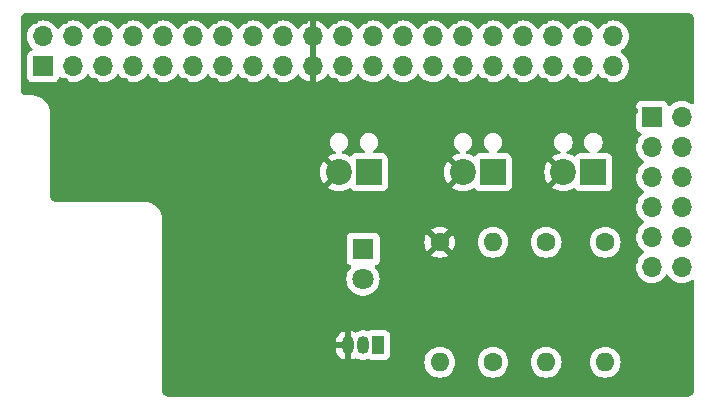
<source format=gbr>
%TF.GenerationSoftware,KiCad,Pcbnew,8.0.3*%
%TF.CreationDate,2024-07-21T00:31:23+02:00*%
%TF.ProjectId,ArmSoM_P2Pro_Interface,41726d53-6f4d-45f5-9032-50726f5f496e,rev?*%
%TF.SameCoordinates,Original*%
%TF.FileFunction,Copper,L2,Bot*%
%TF.FilePolarity,Positive*%
%FSLAX46Y46*%
G04 Gerber Fmt 4.6, Leading zero omitted, Abs format (unit mm)*
G04 Created by KiCad (PCBNEW 8.0.3) date 2024-07-21 00:31:23*
%MOMM*%
%LPD*%
G01*
G04 APERTURE LIST*
%TA.AperFunction,ComponentPad*%
%ADD10C,1.600000*%
%TD*%
%TA.AperFunction,ComponentPad*%
%ADD11O,1.600000X1.600000*%
%TD*%
%TA.AperFunction,ComponentPad*%
%ADD12R,2.200000X2.200000*%
%TD*%
%TA.AperFunction,ComponentPad*%
%ADD13C,2.200000*%
%TD*%
%TA.AperFunction,ComponentPad*%
%ADD14R,1.800000X1.800000*%
%TD*%
%TA.AperFunction,ComponentPad*%
%ADD15C,1.800000*%
%TD*%
%TA.AperFunction,ComponentPad*%
%ADD16R,1.050000X1.500000*%
%TD*%
%TA.AperFunction,ComponentPad*%
%ADD17O,1.050000X1.500000*%
%TD*%
%TA.AperFunction,ComponentPad*%
%ADD18R,1.700000X1.700000*%
%TD*%
%TA.AperFunction,ComponentPad*%
%ADD19O,1.700000X1.700000*%
%TD*%
%TA.AperFunction,ViaPad*%
%ADD20C,0.600000*%
%TD*%
G04 APERTURE END LIST*
D10*
%TO.P,R2,1*%
%TO.N,Net-(J2-Pin_1)*%
X124500000Y-94920000D03*
D11*
%TO.P,R2,2*%
%TO.N,Net-(IC1-MICP1)*%
X124500000Y-105080000D03*
%TD*%
D12*
%TO.P,J3,1,Pin_1*%
%TO.N,/PTT*%
X104500000Y-89000000D03*
D13*
%TO.P,J3,2,Pin_2*%
%TO.N,GND*%
X101960000Y-89000000D03*
%TD*%
D14*
%TO.P,D1,1,K*%
%TO.N,Net-(D1-K)*%
X104000000Y-95500000D03*
D15*
%TO.P,D1,2,A*%
%TO.N,Net-(D1-A)*%
X104000000Y-98040000D03*
%TD*%
D10*
%TO.P,R4,1*%
%TO.N,GND*%
X110500000Y-94920000D03*
D11*
%TO.P,R4,2*%
%TO.N,Net-(Q1-B)*%
X110500000Y-105080000D03*
%TD*%
D10*
%TO.P,R3,1*%
%TO.N,Net-(Q1-B)*%
X115000000Y-105080000D03*
D11*
%TO.P,R3,2*%
%TO.N,Net-(D1-K)*%
X115000000Y-94920000D03*
%TD*%
D10*
%TO.P,R1,1*%
%TO.N,Net-(J1-Pin_1)*%
X119500000Y-94920000D03*
D11*
%TO.P,R1,2*%
%TO.N,Net-(IC1-LINEOUT_L)*%
X119500000Y-105080000D03*
%TD*%
D16*
%TO.P,Q1,1,C*%
%TO.N,/PTT*%
X105270000Y-103640000D03*
D17*
%TO.P,Q1,2,B*%
%TO.N,Net-(Q1-B)*%
X104000000Y-103640000D03*
%TO.P,Q1,3,E*%
%TO.N,GND*%
X102730000Y-103640000D03*
%TD*%
D12*
%TO.P,J1,1,Pin_1*%
%TO.N,Net-(J1-Pin_1)*%
X115000000Y-89000000D03*
D13*
%TO.P,J1,2,Pin_2*%
%TO.N,GND*%
X112460000Y-89000000D03*
%TD*%
D12*
%TO.P,J2,1,Pin_1*%
%TO.N,Net-(J2-Pin_1)*%
X123500000Y-89000000D03*
D13*
%TO.P,J2,2,Pin_2*%
%TO.N,GND*%
X120960000Y-89000000D03*
%TD*%
D18*
%TO.P,IC1,J4_1,3V3*%
%TO.N,+3.3V*%
X76905011Y-80040000D03*
D19*
%TO.P,IC1,J4_2,5V*%
%TO.N,unconnected-(IC1-5V-PadJ4_2)*%
X76905011Y-77500000D03*
%TO.P,IC1,J4_3,ADC_KEY_IN1*%
%TO.N,unconnected-(IC1-ADC_KEY_IN1-PadJ4_3)*%
X79445011Y-80040000D03*
%TO.P,IC1,J4_4,5V*%
%TO.N,unconnected-(IC1-5V-PadJ4_4)*%
X79445011Y-77500000D03*
%TO.P,IC1,J4_5,GPIO2_A5/I2S0_SCLK_TX*%
%TO.N,unconnected-(IC1-GPIO2_A5{slash}I2S0_SCLK_TX-PadJ4_5)*%
X81985011Y-80040000D03*
%TO.P,IC1,J4_6,SPDIF_TX/GPIO0_C1*%
%TO.N,unconnected-(IC1-SPDIF_TX{slash}GPIO0_C1-PadJ4_6)*%
X81985011Y-77500000D03*
%TO.P,IC1,J4_7,I2S0_SCLK_RX/GPIO2_A6/PDM_CLK*%
%TO.N,unconnected-(IC1-I2S0_SCLK_RX{slash}GPIO2_A6{slash}PDM_CLK-PadJ4_7)*%
X84525011Y-80040000D03*
%TO.P,IC1,J4_8,I2S0_LRCK_TX/GPIO2_A7*%
%TO.N,unconnected-(IC1-I2S0_LRCK_TX{slash}GPIO2_A7-PadJ4_8)*%
X84525011Y-77500000D03*
%TO.P,IC1,J4_9,I2S0_8CH_MCLK/GPIO2_A4/I2S0_MCLK*%
%TO.N,unconnected-(IC1-I2S0_8CH_MCLK{slash}GPIO2_A4{slash}I2S0_MCLK-PadJ4_9)*%
X87065011Y-80040000D03*
%TO.P,IC1,J4_10,I2S0_LRCK_RX/GPIO2_B0*%
%TO.N,unconnected-(IC1-I2S0_LRCK_RX{slash}GPIO2_B0-PadJ4_10)*%
X87065011Y-77500000D03*
%TO.P,IC1,J4_11,GPIO2_B1/I2S0_SDO0*%
%TO.N,unconnected-(IC1-GPIO2_B1{slash}I2S0_SDO0-PadJ4_11)*%
X89605011Y-80040000D03*
%TO.P,IC1,J4_12,PDM_SDI0/GPIO2_B5/I2S0_SDI0*%
%TO.N,unconnected-(IC1-PDM_SDI0{slash}GPIO2_B5{slash}I2S0_SDI0-PadJ4_12)*%
X89605011Y-77500000D03*
%TO.P,IC1,J4_13,GPIO2_B2/I2S0_SDO1*%
%TO.N,unconnected-(IC1-GPIO2_B2{slash}I2S0_SDO1-PadJ4_13)*%
X92145011Y-80040000D03*
%TO.P,IC1,J4_14,PDM_SDI1/GPIO2_B6/I2S0_SDI1*%
%TO.N,unconnected-(IC1-PDM_SDI1{slash}GPIO2_B6{slash}I2S0_SDI1-PadJ4_14)*%
X92145011Y-77500000D03*
%TO.P,IC1,J4_15,GPIO2_B3/I2S0_SDO2*%
%TO.N,unconnected-(IC1-GPIO2_B3{slash}I2S0_SDO2-PadJ4_15)*%
X94685011Y-80040000D03*
%TO.P,IC1,J4_16,PDM_SDI2/GPIO2_B7/I2S0_SDI2*%
%TO.N,unconnected-(IC1-PDM_SDI2{slash}GPIO2_B7{slash}I2S0_SDI2-PadJ4_16)*%
X94685011Y-77500000D03*
%TO.P,IC1,J4_17,GPIO2_B4/I2S0_SDO3*%
%TO.N,unconnected-(IC1-GPIO2_B4{slash}I2S0_SDO3-PadJ4_17)*%
X97225011Y-80040000D03*
%TO.P,IC1,J4_18,GPIO2_C0/PDM_SDI3/I2S0_SDI3*%
%TO.N,Net-(D1-A)*%
X97225011Y-77500000D03*
%TO.P,IC1,J4_19,GND*%
%TO.N,GND*%
X99765011Y-80040000D03*
%TO.P,IC1,J4_20,GND*%
X99765011Y-77500000D03*
%TO.P,IC1,J4_21,LINEOUT_L*%
%TO.N,Net-(IC1-LINEOUT_L)*%
X102305011Y-80040000D03*
%TO.P,IC1,J4_22,LINEOUT_R*%
%TO.N,unconnected-(IC1-LINEOUT_R-PadJ4_22)*%
X102305011Y-77500000D03*
%TO.P,IC1,J4_23,MICBIAS1*%
%TO.N,unconnected-(IC1-MICBIAS1-PadJ4_23)*%
X104845011Y-80040000D03*
%TO.P,IC1,J4_24,MICBIAS2*%
%TO.N,unconnected-(IC1-MICBIAS2-PadJ4_24)*%
X104845011Y-77500000D03*
%TO.P,IC1,J4_25,MICP1*%
%TO.N,Net-(IC1-MICP1)*%
X107385011Y-80040000D03*
%TO.P,IC1,J4_26,MICN1*%
%TO.N,unconnected-(IC1-MICN1-PadJ4_26)*%
X107385011Y-77500000D03*
%TO.P,IC1,J4_27,MICP2*%
%TO.N,unconnected-(IC1-MICP2-PadJ4_27)*%
X109925011Y-80040000D03*
%TO.P,IC1,J4_28,MICN2*%
%TO.N,unconnected-(IC1-MICN2-PadJ4_28)*%
X109925011Y-77500000D03*
%TO.P,IC1,J4_29,MICP3*%
%TO.N,unconnected-(IC1-MICP3-PadJ4_29)*%
X112465011Y-80040000D03*
%TO.P,IC1,J4_30,MICN3*%
%TO.N,unconnected-(IC1-MICN3-PadJ4_30)*%
X112465011Y-77500000D03*
%TO.P,IC1,J4_31,MICP4*%
%TO.N,unconnected-(IC1-MICP4-PadJ4_31)*%
X115005011Y-80040000D03*
%TO.P,IC1,J4_32,MICN4*%
%TO.N,unconnected-(IC1-MICN4-PadJ4_32)*%
X115005011Y-77500000D03*
%TO.P,IC1,J4_33,MICP5*%
%TO.N,unconnected-(IC1-MICP5-PadJ4_33)*%
X117545011Y-80040000D03*
%TO.P,IC1,J4_34,MICN5*%
%TO.N,unconnected-(IC1-MICN5-PadJ4_34)*%
X117545011Y-77500000D03*
%TO.P,IC1,J4_35,MICP6*%
%TO.N,unconnected-(IC1-MICP6-PadJ4_35)*%
X120085011Y-80040000D03*
%TO.P,IC1,J4_36,MICN6*%
%TO.N,unconnected-(IC1-MICN6-PadJ4_36)*%
X120085011Y-77500000D03*
%TO.P,IC1,J4_37,MICP7*%
%TO.N,unconnected-(IC1-MICP7-PadJ4_37)*%
X122625011Y-80040000D03*
%TO.P,IC1,J4_38,MICN7*%
%TO.N,unconnected-(IC1-MICN7-PadJ4_38)*%
X122625011Y-77500000D03*
%TO.P,IC1,J4_39,MICP8*%
%TO.N,unconnected-(IC1-MICP8-PadJ4_39)*%
X125165011Y-80040000D03*
%TO.P,IC1,J4_40,MICN8*%
%TO.N,unconnected-(IC1-MICN8-PadJ4_40)*%
X125165011Y-77500000D03*
D18*
%TO.P,IC1,J11_1,UART0_TX/GPIO2_A1/SPI0_TX*%
%TO.N,unconnected-(IC1-UART0_TX{slash}GPIO2_A1{slash}SPI0_TX-PadJ11_1)*%
X128460000Y-84300000D03*
D19*
%TO.P,IC1,J11_2,I2C1_SDA/GPIO0_B3*%
%TO.N,unconnected-(IC1-I2C1_SDA{slash}GPIO0_B3-PadJ11_2)*%
X131000000Y-84300000D03*
%TO.P,IC1,J11_3,UART0_RX/GPIO2_A0/SPI0_RX*%
%TO.N,unconnected-(IC1-UART0_RX{slash}GPIO2_A0{slash}SPI0_RX-PadJ11_3)*%
X128460000Y-86840000D03*
%TO.P,IC1,J11_4,I2C1_SCL/GPIO0_B4*%
%TO.N,unconnected-(IC1-I2C1_SCL{slash}GPIO0_B4-PadJ11_4)*%
X131000000Y-86840000D03*
%TO.P,IC1,J11_5,UART0_TX/GPIO2_A1/SPI0_TX*%
%TO.N,unconnected-(IC1-UART0_TX{slash}GPIO2_A1{slash}SPI0_TX-PadJ11_5)*%
X128460000Y-89380000D03*
%TO.P,IC1,J11_6,VCC_IO_+3.3V*%
%TO.N,unconnected-(IC1-VCC_IO_+3.3V-PadJ11_6)*%
X131000000Y-89380000D03*
%TO.P,IC1,J11_7,SPI2_CLK/I2C0_SDA/GPIO1_D0/UART1_TX*%
%TO.N,unconnected-(IC1-SPI2_CLK{slash}I2C0_SDA{slash}GPIO1_D0{slash}UART1_TX-PadJ11_7)*%
X128460000Y-91920000D03*
%TO.P,IC1,J11_8,GND*%
%TO.N,unconnected-(IC1-GND-PadJ11_8)*%
X131000000Y-91920000D03*
%TO.P,IC1,J11_9,JTAG_TMS/UART2_TX_M0/GPIO1_C7_/_SPI2_TX*%
%TO.N,unconnected-(IC1-JTAG_TMS{slash}UART2_TX_M0{slash}GPIO1_C7_{slash}_SPI2_TX-PadJ11_9)*%
X128460000Y-94460000D03*
%TO.P,IC1,J11_10,PWM2/GPIO0_B7/I2C3_SDA*%
%TO.N,unconnected-(IC1-PWM2{slash}GPIO0_B7{slash}I2C3_SDA-PadJ11_10)*%
X131000000Y-94460000D03*
%TO.P,IC1,J11_11,JTAG_TCK/UART2_RX_M0/GPIO1_C6/SPI2_RX*%
%TO.N,unconnected-(IC1-JTAG_TCK{slash}UART2_RX_M0{slash}GPIO1_C6{slash}SPI2_RX-PadJ11_11)*%
X128460000Y-97000000D03*
%TO.P,IC1,J11_12,PWM3_GPIO0_C0/IR_RX*%
%TO.N,unconnected-(IC1-PWM3_GPIO0_C0{slash}IR_RX-PadJ11_12)*%
X131000000Y-97000000D03*
%TD*%
D20*
%TO.N,GND*%
X124460000Y-91440000D03*
X123190000Y-100965000D03*
X116205000Y-93345000D03*
X113665000Y-93345000D03*
X124460000Y-97155000D03*
X121920000Y-95885000D03*
X121920000Y-93980000D03*
X121920000Y-91440000D03*
X120015000Y-91440000D03*
X118110000Y-88900000D03*
X118110000Y-86360000D03*
X113665000Y-90805000D03*
X101600000Y-81280000D03*
X96520000Y-81280000D03*
X93980000Y-81280000D03*
X91440000Y-81280000D03*
X88900000Y-81280000D03*
X86360000Y-81280000D03*
X83820000Y-81280000D03*
X81280000Y-81280000D03*
X78740000Y-81280000D03*
X76200000Y-76200000D03*
X78740000Y-76200000D03*
X81280000Y-76200000D03*
X83820000Y-76200000D03*
X86360000Y-76200000D03*
X88900000Y-76200000D03*
X91440000Y-76200000D03*
X93980000Y-76200000D03*
X96520000Y-76200000D03*
X99060000Y-76200000D03*
X101600000Y-76200000D03*
X104140000Y-76200000D03*
X106680000Y-76200000D03*
X109220000Y-76200000D03*
X111760000Y-76200000D03*
X114300000Y-76200000D03*
X116840000Y-76200000D03*
X119380000Y-76200000D03*
X121920000Y-76200000D03*
X124460000Y-76200000D03*
X129540000Y-78740000D03*
X127000000Y-78740000D03*
X127000000Y-76200000D03*
X129540000Y-76200000D03*
X129540000Y-81280000D03*
X127000000Y-81280000D03*
X124460000Y-81280000D03*
X121920000Y-81280000D03*
X119380000Y-81280000D03*
X116840000Y-81280000D03*
X114300000Y-81280000D03*
X111760000Y-81280000D03*
X111760000Y-83820000D03*
X114300000Y-83820000D03*
X116840000Y-83820000D03*
X119380000Y-83820000D03*
X121920000Y-83820000D03*
X124460000Y-83820000D03*
X127000000Y-83820000D03*
X127000000Y-86360000D03*
X127000000Y-88900000D03*
X127000000Y-91440000D03*
X127000000Y-93980000D03*
X127000000Y-96520000D03*
X127000000Y-99060000D03*
X127000000Y-101600000D03*
X127000000Y-104140000D03*
X129540000Y-104140000D03*
X129540000Y-101600000D03*
X129540000Y-99060000D03*
X129540000Y-106680000D03*
X127000000Y-106680000D03*
X124460000Y-106680000D03*
X121920000Y-99060000D03*
X111760000Y-96520000D03*
X114300000Y-99060000D03*
X111760000Y-99060000D03*
X111760000Y-101600000D03*
X114300000Y-101600000D03*
X116840000Y-101600000D03*
X116840000Y-104140000D03*
X111760000Y-104140000D03*
X109220000Y-104140000D03*
X109220000Y-101600000D03*
X109220000Y-99060000D03*
X109220000Y-96520000D03*
X109220000Y-93980000D03*
X104140000Y-91440000D03*
X106680000Y-88900000D03*
X106680000Y-86360000D03*
X106680000Y-83820000D03*
X104140000Y-83820000D03*
X101600000Y-83820000D03*
X93980000Y-96520000D03*
X91440000Y-96520000D03*
X91440000Y-99060000D03*
X93980000Y-99060000D03*
X93980000Y-101600000D03*
X91440000Y-101600000D03*
X91440000Y-104140000D03*
X93980000Y-104140000D03*
X96520000Y-104140000D03*
X96520000Y-101600000D03*
X96520000Y-99060000D03*
X96520000Y-96520000D03*
X96520000Y-93980000D03*
X93980000Y-93980000D03*
X91440000Y-93980000D03*
X91440000Y-91440000D03*
X91440000Y-88900000D03*
X93980000Y-91440000D03*
X93980000Y-88900000D03*
X93980000Y-86360000D03*
X91440000Y-86360000D03*
X88900000Y-86360000D03*
X86360000Y-86360000D03*
X83820000Y-86360000D03*
X88900000Y-88900000D03*
X86360000Y-88900000D03*
X83820000Y-88900000D03*
X88900000Y-91440000D03*
X88900000Y-93980000D03*
X88900000Y-96520000D03*
X88900000Y-99060000D03*
X88900000Y-101600000D03*
X88900000Y-104140000D03*
X88900000Y-106680000D03*
X91440000Y-106680000D03*
X93980000Y-106680000D03*
X96520000Y-106680000D03*
X99060000Y-106680000D03*
X99060000Y-104140000D03*
X99060000Y-101600000D03*
X99060000Y-99060000D03*
X99060000Y-96520000D03*
X101600000Y-93980000D03*
X99060000Y-93980000D03*
X96520000Y-91440000D03*
X96520000Y-88900000D03*
X96520000Y-86360000D03*
X96520000Y-83820000D03*
X93980000Y-83820000D03*
X91440000Y-83820000D03*
X88900000Y-83820000D03*
X86360000Y-83820000D03*
X83820000Y-83820000D03*
X81280000Y-83820000D03*
X81280000Y-86360000D03*
X81280000Y-88900000D03*
X78740000Y-88900000D03*
X78740000Y-86360000D03*
X78740000Y-83820000D03*
%TD*%
%TA.AperFunction,Conductor*%
%TO.N,GND*%
G36*
X100015011Y-79606988D02*
G01*
X99958004Y-79574075D01*
X99830837Y-79540000D01*
X99699185Y-79540000D01*
X99572018Y-79574075D01*
X99515011Y-79606988D01*
X99515011Y-77933012D01*
X99572018Y-77965925D01*
X99699185Y-78000000D01*
X99830837Y-78000000D01*
X99958004Y-77965925D01*
X100015011Y-77933012D01*
X100015011Y-79606988D01*
G37*
%TD.AperFunction*%
%TA.AperFunction,Conductor*%
G36*
X131506923Y-75501280D02*
G01*
X131597267Y-75511459D01*
X131624334Y-75517637D01*
X131703541Y-75545352D01*
X131728553Y-75557397D01*
X131799603Y-75602042D01*
X131799605Y-75602043D01*
X131821313Y-75619355D01*
X131880644Y-75678686D01*
X131897957Y-75700395D01*
X131942602Y-75771447D01*
X131954646Y-75796456D01*
X131982364Y-75875668D01*
X131988541Y-75902735D01*
X131998720Y-75993077D01*
X131999500Y-76006960D01*
X131999500Y-83112998D01*
X131979815Y-83180037D01*
X131927011Y-83225792D01*
X131857853Y-83235736D01*
X131804377Y-83214573D01*
X131677834Y-83125967D01*
X131677830Y-83125965D01*
X131650022Y-83112998D01*
X131463663Y-83026097D01*
X131463659Y-83026096D01*
X131463655Y-83026094D01*
X131235413Y-82964938D01*
X131235403Y-82964936D01*
X131000001Y-82944341D01*
X130999999Y-82944341D01*
X130764596Y-82964936D01*
X130764586Y-82964938D01*
X130536344Y-83026094D01*
X130536335Y-83026098D01*
X130322171Y-83125964D01*
X130322169Y-83125965D01*
X130128600Y-83261503D01*
X130006673Y-83383430D01*
X129945350Y-83416914D01*
X129875658Y-83411930D01*
X129819725Y-83370058D01*
X129802810Y-83339081D01*
X129753797Y-83207671D01*
X129753793Y-83207664D01*
X129667547Y-83092455D01*
X129667544Y-83092452D01*
X129552335Y-83006206D01*
X129552328Y-83006202D01*
X129417482Y-82955908D01*
X129417483Y-82955908D01*
X129357883Y-82949501D01*
X129357881Y-82949500D01*
X129357873Y-82949500D01*
X129357864Y-82949500D01*
X127562129Y-82949500D01*
X127562123Y-82949501D01*
X127502516Y-82955908D01*
X127367671Y-83006202D01*
X127367664Y-83006206D01*
X127252455Y-83092452D01*
X127252452Y-83092455D01*
X127166206Y-83207664D01*
X127166202Y-83207671D01*
X127115908Y-83342517D01*
X127109501Y-83402116D01*
X127109500Y-83402135D01*
X127109500Y-85197870D01*
X127109501Y-85197876D01*
X127115908Y-85257483D01*
X127166202Y-85392328D01*
X127166206Y-85392335D01*
X127252452Y-85507544D01*
X127252455Y-85507547D01*
X127367664Y-85593793D01*
X127367671Y-85593797D01*
X127499081Y-85642810D01*
X127555015Y-85684681D01*
X127579432Y-85750145D01*
X127564580Y-85818418D01*
X127543430Y-85846673D01*
X127421503Y-85968600D01*
X127285965Y-86162169D01*
X127285964Y-86162171D01*
X127186098Y-86376335D01*
X127186094Y-86376344D01*
X127124938Y-86604586D01*
X127124936Y-86604596D01*
X127104341Y-86839999D01*
X127104341Y-86840000D01*
X127124936Y-87075403D01*
X127124938Y-87075413D01*
X127186094Y-87303655D01*
X127186096Y-87303659D01*
X127186097Y-87303663D01*
X127242039Y-87423631D01*
X127285965Y-87517830D01*
X127285967Y-87517834D01*
X127357160Y-87619507D01*
X127421501Y-87711396D01*
X127421506Y-87711402D01*
X127588597Y-87878493D01*
X127588603Y-87878498D01*
X127774158Y-88008425D01*
X127817783Y-88063002D01*
X127824977Y-88132500D01*
X127793454Y-88194855D01*
X127774158Y-88211575D01*
X127588597Y-88341505D01*
X127421505Y-88508597D01*
X127285965Y-88702169D01*
X127285964Y-88702171D01*
X127186098Y-88916335D01*
X127186094Y-88916344D01*
X127124938Y-89144586D01*
X127124936Y-89144596D01*
X127104341Y-89379999D01*
X127104341Y-89380000D01*
X127124936Y-89615403D01*
X127124938Y-89615413D01*
X127186094Y-89843655D01*
X127186096Y-89843659D01*
X127186097Y-89843663D01*
X127190000Y-89852032D01*
X127285965Y-90057830D01*
X127285967Y-90057834D01*
X127349013Y-90147872D01*
X127421501Y-90251396D01*
X127421506Y-90251402D01*
X127588597Y-90418493D01*
X127588603Y-90418498D01*
X127774158Y-90548425D01*
X127817783Y-90603002D01*
X127824977Y-90672500D01*
X127793454Y-90734855D01*
X127774158Y-90751575D01*
X127588597Y-90881505D01*
X127421505Y-91048597D01*
X127285965Y-91242169D01*
X127285964Y-91242171D01*
X127186098Y-91456335D01*
X127186094Y-91456344D01*
X127124938Y-91684586D01*
X127124936Y-91684596D01*
X127104341Y-91919999D01*
X127104341Y-91920000D01*
X127124936Y-92155403D01*
X127124938Y-92155413D01*
X127186094Y-92383655D01*
X127186096Y-92383659D01*
X127186097Y-92383663D01*
X127228357Y-92474290D01*
X127285965Y-92597830D01*
X127285967Y-92597834D01*
X127394281Y-92752521D01*
X127421501Y-92791396D01*
X127421506Y-92791402D01*
X127588597Y-92958493D01*
X127588603Y-92958498D01*
X127774158Y-93088425D01*
X127817783Y-93143002D01*
X127824977Y-93212500D01*
X127793454Y-93274855D01*
X127774158Y-93291575D01*
X127588597Y-93421505D01*
X127421505Y-93588597D01*
X127285965Y-93782169D01*
X127285964Y-93782171D01*
X127186098Y-93996335D01*
X127186094Y-93996344D01*
X127124938Y-94224586D01*
X127124936Y-94224596D01*
X127104341Y-94459999D01*
X127104341Y-94460000D01*
X127124936Y-94695403D01*
X127124938Y-94695413D01*
X127186094Y-94923655D01*
X127186096Y-94923659D01*
X127186097Y-94923663D01*
X127256384Y-95074394D01*
X127285965Y-95137830D01*
X127285967Y-95137834D01*
X127357561Y-95240080D01*
X127421501Y-95331396D01*
X127421506Y-95331402D01*
X127588597Y-95498493D01*
X127588603Y-95498498D01*
X127774158Y-95628425D01*
X127817783Y-95683002D01*
X127824977Y-95752500D01*
X127793454Y-95814855D01*
X127774158Y-95831575D01*
X127588597Y-95961505D01*
X127421505Y-96128597D01*
X127285965Y-96322169D01*
X127285964Y-96322171D01*
X127186098Y-96536335D01*
X127186094Y-96536344D01*
X127124938Y-96764586D01*
X127124936Y-96764596D01*
X127104341Y-96999999D01*
X127104341Y-97000000D01*
X127124936Y-97235403D01*
X127124938Y-97235413D01*
X127186094Y-97463655D01*
X127186096Y-97463659D01*
X127186097Y-97463663D01*
X127266004Y-97635023D01*
X127285965Y-97677830D01*
X127285967Y-97677834D01*
X127377595Y-97808691D01*
X127421505Y-97871401D01*
X127588599Y-98038495D01*
X127685384Y-98106265D01*
X127782165Y-98174032D01*
X127782167Y-98174033D01*
X127782170Y-98174035D01*
X127996337Y-98273903D01*
X128224592Y-98335063D01*
X128412918Y-98351539D01*
X128459999Y-98355659D01*
X128460000Y-98355659D01*
X128460001Y-98355659D01*
X128499234Y-98352226D01*
X128695408Y-98335063D01*
X128923663Y-98273903D01*
X129137830Y-98174035D01*
X129331401Y-98038495D01*
X129498495Y-97871401D01*
X129628425Y-97685842D01*
X129683002Y-97642217D01*
X129752500Y-97635023D01*
X129814855Y-97666546D01*
X129831575Y-97685842D01*
X129961500Y-97871395D01*
X129961505Y-97871401D01*
X130128599Y-98038495D01*
X130225384Y-98106265D01*
X130322165Y-98174032D01*
X130322167Y-98174033D01*
X130322170Y-98174035D01*
X130536337Y-98273903D01*
X130764592Y-98335063D01*
X130952918Y-98351539D01*
X130999999Y-98355659D01*
X131000000Y-98355659D01*
X131000001Y-98355659D01*
X131039234Y-98352226D01*
X131235408Y-98335063D01*
X131463663Y-98273903D01*
X131677830Y-98174035D01*
X131804377Y-98085425D01*
X131870583Y-98063099D01*
X131938350Y-98080109D01*
X131986163Y-98131057D01*
X131999500Y-98187001D01*
X131999500Y-107493039D01*
X131998720Y-107506922D01*
X131988541Y-107597264D01*
X131982363Y-107624332D01*
X131954649Y-107703537D01*
X131942602Y-107728552D01*
X131897957Y-107799604D01*
X131880644Y-107821313D01*
X131821313Y-107880644D01*
X131799605Y-107897956D01*
X131728558Y-107942599D01*
X131703538Y-107954648D01*
X131624333Y-107982362D01*
X131597265Y-107988540D01*
X131517076Y-107997576D01*
X131506922Y-107998720D01*
X131493039Y-107999500D01*
X87506961Y-107999500D01*
X87493077Y-107998720D01*
X87480552Y-107997308D01*
X87402734Y-107988540D01*
X87375665Y-107982362D01*
X87296462Y-107954648D01*
X87271444Y-107942600D01*
X87200395Y-107897957D01*
X87178686Y-107880644D01*
X87119355Y-107821313D01*
X87102042Y-107799604D01*
X87057399Y-107728555D01*
X87045351Y-107703537D01*
X87045350Y-107703535D01*
X87017636Y-107624331D01*
X87011459Y-107597263D01*
X87001280Y-107506922D01*
X87000500Y-107493038D01*
X87000500Y-105079998D01*
X109194532Y-105079998D01*
X109194532Y-105080001D01*
X109214364Y-105306686D01*
X109214366Y-105306697D01*
X109273258Y-105526488D01*
X109273261Y-105526497D01*
X109369431Y-105732732D01*
X109369432Y-105732734D01*
X109499954Y-105919141D01*
X109660858Y-106080045D01*
X109660861Y-106080047D01*
X109847266Y-106210568D01*
X110053504Y-106306739D01*
X110273308Y-106365635D01*
X110435230Y-106379801D01*
X110499998Y-106385468D01*
X110500000Y-106385468D01*
X110500002Y-106385468D01*
X110556673Y-106380509D01*
X110726692Y-106365635D01*
X110946496Y-106306739D01*
X111152734Y-106210568D01*
X111339139Y-106080047D01*
X111500047Y-105919139D01*
X111630568Y-105732734D01*
X111726739Y-105526496D01*
X111785635Y-105306692D01*
X111805468Y-105080000D01*
X111805468Y-105079998D01*
X113694532Y-105079998D01*
X113694532Y-105080001D01*
X113714364Y-105306686D01*
X113714366Y-105306697D01*
X113773258Y-105526488D01*
X113773261Y-105526497D01*
X113869431Y-105732732D01*
X113869432Y-105732734D01*
X113999954Y-105919141D01*
X114160858Y-106080045D01*
X114160861Y-106080047D01*
X114347266Y-106210568D01*
X114553504Y-106306739D01*
X114773308Y-106365635D01*
X114935230Y-106379801D01*
X114999998Y-106385468D01*
X115000000Y-106385468D01*
X115000002Y-106385468D01*
X115056673Y-106380509D01*
X115226692Y-106365635D01*
X115446496Y-106306739D01*
X115652734Y-106210568D01*
X115839139Y-106080047D01*
X116000047Y-105919139D01*
X116130568Y-105732734D01*
X116226739Y-105526496D01*
X116285635Y-105306692D01*
X116305468Y-105080000D01*
X116305468Y-105079998D01*
X118194532Y-105079998D01*
X118194532Y-105080001D01*
X118214364Y-105306686D01*
X118214366Y-105306697D01*
X118273258Y-105526488D01*
X118273261Y-105526497D01*
X118369431Y-105732732D01*
X118369432Y-105732734D01*
X118499954Y-105919141D01*
X118660858Y-106080045D01*
X118660861Y-106080047D01*
X118847266Y-106210568D01*
X119053504Y-106306739D01*
X119273308Y-106365635D01*
X119435230Y-106379801D01*
X119499998Y-106385468D01*
X119500000Y-106385468D01*
X119500002Y-106385468D01*
X119556673Y-106380509D01*
X119726692Y-106365635D01*
X119946496Y-106306739D01*
X120152734Y-106210568D01*
X120339139Y-106080047D01*
X120500047Y-105919139D01*
X120630568Y-105732734D01*
X120726739Y-105526496D01*
X120785635Y-105306692D01*
X120805468Y-105080000D01*
X120805468Y-105079998D01*
X123194532Y-105079998D01*
X123194532Y-105080001D01*
X123214364Y-105306686D01*
X123214366Y-105306697D01*
X123273258Y-105526488D01*
X123273261Y-105526497D01*
X123369431Y-105732732D01*
X123369432Y-105732734D01*
X123499954Y-105919141D01*
X123660858Y-106080045D01*
X123660861Y-106080047D01*
X123847266Y-106210568D01*
X124053504Y-106306739D01*
X124273308Y-106365635D01*
X124435230Y-106379801D01*
X124499998Y-106385468D01*
X124500000Y-106385468D01*
X124500002Y-106385468D01*
X124556673Y-106380509D01*
X124726692Y-106365635D01*
X124946496Y-106306739D01*
X125152734Y-106210568D01*
X125339139Y-106080047D01*
X125500047Y-105919139D01*
X125630568Y-105732734D01*
X125726739Y-105526496D01*
X125785635Y-105306692D01*
X125805468Y-105080000D01*
X125785635Y-104853308D01*
X125726739Y-104633504D01*
X125630568Y-104427266D01*
X125500047Y-104240861D01*
X125500045Y-104240858D01*
X125339141Y-104079954D01*
X125152734Y-103949432D01*
X125152732Y-103949431D01*
X124946497Y-103853261D01*
X124946488Y-103853258D01*
X124726697Y-103794366D01*
X124726693Y-103794365D01*
X124726692Y-103794365D01*
X124726691Y-103794364D01*
X124726686Y-103794364D01*
X124500002Y-103774532D01*
X124499998Y-103774532D01*
X124273313Y-103794364D01*
X124273302Y-103794366D01*
X124053511Y-103853258D01*
X124053502Y-103853261D01*
X123847267Y-103949431D01*
X123847265Y-103949432D01*
X123660858Y-104079954D01*
X123499954Y-104240858D01*
X123369432Y-104427265D01*
X123369431Y-104427267D01*
X123273261Y-104633502D01*
X123273258Y-104633511D01*
X123214366Y-104853302D01*
X123214364Y-104853313D01*
X123194532Y-105079998D01*
X120805468Y-105079998D01*
X120785635Y-104853308D01*
X120726739Y-104633504D01*
X120630568Y-104427266D01*
X120500047Y-104240861D01*
X120500045Y-104240858D01*
X120339141Y-104079954D01*
X120152734Y-103949432D01*
X120152732Y-103949431D01*
X119946497Y-103853261D01*
X119946488Y-103853258D01*
X119726697Y-103794366D01*
X119726693Y-103794365D01*
X119726692Y-103794365D01*
X119726691Y-103794364D01*
X119726686Y-103794364D01*
X119500002Y-103774532D01*
X119499998Y-103774532D01*
X119273313Y-103794364D01*
X119273302Y-103794366D01*
X119053511Y-103853258D01*
X119053502Y-103853261D01*
X118847267Y-103949431D01*
X118847265Y-103949432D01*
X118660858Y-104079954D01*
X118499954Y-104240858D01*
X118369432Y-104427265D01*
X118369431Y-104427267D01*
X118273261Y-104633502D01*
X118273258Y-104633511D01*
X118214366Y-104853302D01*
X118214364Y-104853313D01*
X118194532Y-105079998D01*
X116305468Y-105079998D01*
X116285635Y-104853308D01*
X116226739Y-104633504D01*
X116130568Y-104427266D01*
X116000047Y-104240861D01*
X116000045Y-104240858D01*
X115839141Y-104079954D01*
X115652734Y-103949432D01*
X115652732Y-103949431D01*
X115446497Y-103853261D01*
X115446488Y-103853258D01*
X115226697Y-103794366D01*
X115226693Y-103794365D01*
X115226692Y-103794365D01*
X115226691Y-103794364D01*
X115226686Y-103794364D01*
X115000002Y-103774532D01*
X114999998Y-103774532D01*
X114773313Y-103794364D01*
X114773302Y-103794366D01*
X114553511Y-103853258D01*
X114553502Y-103853261D01*
X114347267Y-103949431D01*
X114347265Y-103949432D01*
X114160858Y-104079954D01*
X113999954Y-104240858D01*
X113869432Y-104427265D01*
X113869431Y-104427267D01*
X113773261Y-104633502D01*
X113773258Y-104633511D01*
X113714366Y-104853302D01*
X113714364Y-104853313D01*
X113694532Y-105079998D01*
X111805468Y-105079998D01*
X111785635Y-104853308D01*
X111726739Y-104633504D01*
X111630568Y-104427266D01*
X111500047Y-104240861D01*
X111500045Y-104240858D01*
X111339141Y-104079954D01*
X111152734Y-103949432D01*
X111152732Y-103949431D01*
X110946497Y-103853261D01*
X110946488Y-103853258D01*
X110726697Y-103794366D01*
X110726693Y-103794365D01*
X110726692Y-103794365D01*
X110726691Y-103794364D01*
X110726686Y-103794364D01*
X110500002Y-103774532D01*
X110499998Y-103774532D01*
X110273313Y-103794364D01*
X110273302Y-103794366D01*
X110053511Y-103853258D01*
X110053502Y-103853261D01*
X109847267Y-103949431D01*
X109847265Y-103949432D01*
X109660858Y-104079954D01*
X109499954Y-104240858D01*
X109369432Y-104427265D01*
X109369431Y-104427267D01*
X109273261Y-104633502D01*
X109273258Y-104633511D01*
X109214366Y-104853302D01*
X109214364Y-104853313D01*
X109194532Y-105079998D01*
X87000500Y-105079998D01*
X87000500Y-103314041D01*
X101705000Y-103314041D01*
X101705000Y-103390000D01*
X102449670Y-103390000D01*
X102429925Y-103409745D01*
X102380556Y-103495255D01*
X102355000Y-103590630D01*
X102355000Y-103689370D01*
X102380556Y-103784745D01*
X102429925Y-103870255D01*
X102449670Y-103890000D01*
X101705000Y-103890000D01*
X101705000Y-103965958D01*
X101744387Y-104163974D01*
X101744390Y-104163983D01*
X101821652Y-104350513D01*
X101821659Y-104350526D01*
X101933829Y-104518399D01*
X101933832Y-104518403D01*
X102076596Y-104661167D01*
X102076600Y-104661170D01*
X102244473Y-104773340D01*
X102244486Y-104773347D01*
X102431016Y-104850609D01*
X102431025Y-104850612D01*
X102480000Y-104860353D01*
X102480000Y-103920330D01*
X102499745Y-103940075D01*
X102585255Y-103989444D01*
X102680630Y-104015000D01*
X102779370Y-104015000D01*
X102874745Y-103989444D01*
X102960255Y-103940075D01*
X102974500Y-103925830D01*
X102974500Y-103966002D01*
X102977617Y-103981671D01*
X102980000Y-104005865D01*
X102980000Y-104860352D01*
X103028974Y-104850612D01*
X103028983Y-104850609D01*
X103215515Y-104773346D01*
X103215518Y-104773344D01*
X103295658Y-104719796D01*
X103362335Y-104698917D01*
X103429716Y-104717401D01*
X103433422Y-104719783D01*
X103514244Y-104773786D01*
X103700873Y-104851091D01*
X103866777Y-104884091D01*
X103898992Y-104890499D01*
X103898996Y-104890500D01*
X103898997Y-104890500D01*
X104101004Y-104890500D01*
X104101005Y-104890499D01*
X104299127Y-104851091D01*
X104300284Y-104850612D01*
X104342879Y-104832968D01*
X104379798Y-104817674D01*
X104449267Y-104810205D01*
X104494658Y-104829962D01*
X104494886Y-104829546D01*
X104499540Y-104832087D01*
X104501562Y-104832967D01*
X104502669Y-104833796D01*
X104502670Y-104833796D01*
X104502671Y-104833797D01*
X104637517Y-104884091D01*
X104637516Y-104884091D01*
X104644444Y-104884835D01*
X104697127Y-104890500D01*
X105842872Y-104890499D01*
X105902483Y-104884091D01*
X106037331Y-104833796D01*
X106152546Y-104747546D01*
X106238796Y-104632331D01*
X106289091Y-104497483D01*
X106295500Y-104437873D01*
X106295499Y-102842128D01*
X106289091Y-102782517D01*
X106281289Y-102761600D01*
X106238797Y-102647671D01*
X106238793Y-102647664D01*
X106152547Y-102532455D01*
X106152544Y-102532452D01*
X106037335Y-102446206D01*
X106037328Y-102446202D01*
X105902482Y-102395908D01*
X105902483Y-102395908D01*
X105842883Y-102389501D01*
X105842881Y-102389500D01*
X105842873Y-102389500D01*
X105842864Y-102389500D01*
X104697129Y-102389500D01*
X104697123Y-102389501D01*
X104637516Y-102395908D01*
X104502672Y-102446202D01*
X104502665Y-102446206D01*
X104501556Y-102447037D01*
X104500258Y-102447520D01*
X104494887Y-102450454D01*
X104494465Y-102449681D01*
X104436090Y-102471449D01*
X104379800Y-102462325D01*
X104299127Y-102428909D01*
X104299119Y-102428907D01*
X104101007Y-102389500D01*
X104101003Y-102389500D01*
X103898997Y-102389500D01*
X103898992Y-102389500D01*
X103700880Y-102428907D01*
X103700872Y-102428909D01*
X103514243Y-102506214D01*
X103433439Y-102560204D01*
X103366761Y-102581081D01*
X103299382Y-102562595D01*
X103295659Y-102560203D01*
X103215526Y-102506659D01*
X103215513Y-102506652D01*
X103028984Y-102429390D01*
X103028977Y-102429388D01*
X102980000Y-102419645D01*
X102980000Y-103274134D01*
X102977617Y-103298326D01*
X102974500Y-103313995D01*
X102974500Y-103354170D01*
X102960255Y-103339925D01*
X102874745Y-103290556D01*
X102779370Y-103265000D01*
X102680630Y-103265000D01*
X102585255Y-103290556D01*
X102499745Y-103339925D01*
X102480000Y-103359670D01*
X102480000Y-102419646D01*
X102479999Y-102419645D01*
X102431022Y-102429388D01*
X102431015Y-102429390D01*
X102244486Y-102506652D01*
X102244473Y-102506659D01*
X102076600Y-102618829D01*
X102076596Y-102618832D01*
X101933832Y-102761596D01*
X101933829Y-102761600D01*
X101821659Y-102929473D01*
X101821652Y-102929486D01*
X101744390Y-103116016D01*
X101744387Y-103116025D01*
X101705000Y-103314041D01*
X87000500Y-103314041D01*
X87000500Y-98039993D01*
X102594700Y-98039993D01*
X102594700Y-98040006D01*
X102613864Y-98271297D01*
X102613866Y-98271308D01*
X102670842Y-98496300D01*
X102764075Y-98708848D01*
X102891016Y-98903147D01*
X102891019Y-98903151D01*
X102891021Y-98903153D01*
X103048216Y-99073913D01*
X103048219Y-99073915D01*
X103048222Y-99073918D01*
X103231365Y-99216464D01*
X103231371Y-99216468D01*
X103231374Y-99216470D01*
X103435497Y-99326936D01*
X103549487Y-99366068D01*
X103655015Y-99402297D01*
X103655017Y-99402297D01*
X103655019Y-99402298D01*
X103883951Y-99440500D01*
X103883952Y-99440500D01*
X104116048Y-99440500D01*
X104116049Y-99440500D01*
X104344981Y-99402298D01*
X104564503Y-99326936D01*
X104768626Y-99216470D01*
X104951784Y-99073913D01*
X105108979Y-98903153D01*
X105235924Y-98708849D01*
X105329157Y-98496300D01*
X105386134Y-98271305D01*
X105386135Y-98271297D01*
X105405300Y-98040006D01*
X105405300Y-98039993D01*
X105386135Y-97808702D01*
X105386133Y-97808691D01*
X105329157Y-97583699D01*
X105235924Y-97371151D01*
X105108983Y-97176852D01*
X105108980Y-97176849D01*
X105108979Y-97176847D01*
X105014195Y-97073884D01*
X104983275Y-97011232D01*
X104991135Y-96941806D01*
X105035283Y-96887651D01*
X105062095Y-96873722D01*
X105142326Y-96843798D01*
X105142326Y-96843797D01*
X105142331Y-96843796D01*
X105257546Y-96757546D01*
X105343796Y-96642331D01*
X105394091Y-96507483D01*
X105400500Y-96447873D01*
X105400499Y-94919997D01*
X109195034Y-94919997D01*
X109195034Y-94920002D01*
X109214858Y-95146599D01*
X109214860Y-95146610D01*
X109273730Y-95366317D01*
X109273735Y-95366331D01*
X109369863Y-95572478D01*
X109420974Y-95645472D01*
X110100000Y-94966446D01*
X110100000Y-94972661D01*
X110127259Y-95074394D01*
X110179920Y-95165606D01*
X110254394Y-95240080D01*
X110345606Y-95292741D01*
X110447339Y-95320000D01*
X110453553Y-95320000D01*
X109774526Y-95999025D01*
X109847513Y-96050132D01*
X109847521Y-96050136D01*
X110053668Y-96146264D01*
X110053682Y-96146269D01*
X110273389Y-96205139D01*
X110273400Y-96205141D01*
X110499998Y-96224966D01*
X110500002Y-96224966D01*
X110726599Y-96205141D01*
X110726610Y-96205139D01*
X110946317Y-96146269D01*
X110946331Y-96146264D01*
X111152478Y-96050136D01*
X111225471Y-95999024D01*
X110546447Y-95320000D01*
X110552661Y-95320000D01*
X110654394Y-95292741D01*
X110745606Y-95240080D01*
X110820080Y-95165606D01*
X110872741Y-95074394D01*
X110900000Y-94972661D01*
X110900000Y-94966447D01*
X111579024Y-95645471D01*
X111630136Y-95572478D01*
X111726264Y-95366331D01*
X111726269Y-95366317D01*
X111785139Y-95146610D01*
X111785141Y-95146599D01*
X111804966Y-94920002D01*
X111804966Y-94919998D01*
X113694532Y-94919998D01*
X113694532Y-94920001D01*
X113714364Y-95146686D01*
X113714366Y-95146697D01*
X113773258Y-95366488D01*
X113773261Y-95366497D01*
X113869431Y-95572732D01*
X113869432Y-95572734D01*
X113999954Y-95759141D01*
X114160858Y-95920045D01*
X114160861Y-95920047D01*
X114347266Y-96050568D01*
X114553504Y-96146739D01*
X114773308Y-96205635D01*
X114935230Y-96219801D01*
X114999998Y-96225468D01*
X115000000Y-96225468D01*
X115000002Y-96225468D01*
X115056673Y-96220509D01*
X115226692Y-96205635D01*
X115446496Y-96146739D01*
X115652734Y-96050568D01*
X115839139Y-95920047D01*
X116000047Y-95759139D01*
X116130568Y-95572734D01*
X116226739Y-95366496D01*
X116285635Y-95146692D01*
X116304415Y-94932032D01*
X116305468Y-94920001D01*
X116305468Y-94919998D01*
X118194532Y-94919998D01*
X118194532Y-94920001D01*
X118214364Y-95146686D01*
X118214366Y-95146697D01*
X118273258Y-95366488D01*
X118273261Y-95366497D01*
X118369431Y-95572732D01*
X118369432Y-95572734D01*
X118499954Y-95759141D01*
X118660858Y-95920045D01*
X118660861Y-95920047D01*
X118847266Y-96050568D01*
X119053504Y-96146739D01*
X119273308Y-96205635D01*
X119435230Y-96219801D01*
X119499998Y-96225468D01*
X119500000Y-96225468D01*
X119500002Y-96225468D01*
X119556673Y-96220509D01*
X119726692Y-96205635D01*
X119946496Y-96146739D01*
X120152734Y-96050568D01*
X120339139Y-95920047D01*
X120500047Y-95759139D01*
X120630568Y-95572734D01*
X120726739Y-95366496D01*
X120785635Y-95146692D01*
X120804415Y-94932032D01*
X120805468Y-94920001D01*
X120805468Y-94919998D01*
X123194532Y-94919998D01*
X123194532Y-94920001D01*
X123214364Y-95146686D01*
X123214366Y-95146697D01*
X123273258Y-95366488D01*
X123273261Y-95366497D01*
X123369431Y-95572732D01*
X123369432Y-95572734D01*
X123499954Y-95759141D01*
X123660858Y-95920045D01*
X123660861Y-95920047D01*
X123847266Y-96050568D01*
X124053504Y-96146739D01*
X124273308Y-96205635D01*
X124435230Y-96219801D01*
X124499998Y-96225468D01*
X124500000Y-96225468D01*
X124500002Y-96225468D01*
X124556673Y-96220509D01*
X124726692Y-96205635D01*
X124946496Y-96146739D01*
X125152734Y-96050568D01*
X125339139Y-95920047D01*
X125500047Y-95759139D01*
X125630568Y-95572734D01*
X125726739Y-95366496D01*
X125785635Y-95146692D01*
X125804415Y-94932032D01*
X125805468Y-94920001D01*
X125805468Y-94919998D01*
X125785819Y-94695413D01*
X125785635Y-94693308D01*
X125739198Y-94520000D01*
X125726741Y-94473511D01*
X125726738Y-94473502D01*
X125672724Y-94357669D01*
X125630568Y-94267266D01*
X125500047Y-94080861D01*
X125500045Y-94080858D01*
X125339141Y-93919954D01*
X125152734Y-93789432D01*
X125152732Y-93789431D01*
X124946497Y-93693261D01*
X124946488Y-93693258D01*
X124726697Y-93634366D01*
X124726693Y-93634365D01*
X124726692Y-93634365D01*
X124726691Y-93634364D01*
X124726686Y-93634364D01*
X124500002Y-93614532D01*
X124499998Y-93614532D01*
X124273313Y-93634364D01*
X124273302Y-93634366D01*
X124053511Y-93693258D01*
X124053502Y-93693261D01*
X123847267Y-93789431D01*
X123847265Y-93789432D01*
X123660858Y-93919954D01*
X123499954Y-94080858D01*
X123369432Y-94267265D01*
X123369431Y-94267267D01*
X123273261Y-94473502D01*
X123273258Y-94473511D01*
X123214366Y-94693302D01*
X123214364Y-94693313D01*
X123194532Y-94919998D01*
X120805468Y-94919998D01*
X120785819Y-94695413D01*
X120785635Y-94693308D01*
X120739198Y-94520000D01*
X120726741Y-94473511D01*
X120726738Y-94473502D01*
X120672724Y-94357669D01*
X120630568Y-94267266D01*
X120500047Y-94080861D01*
X120500045Y-94080858D01*
X120339141Y-93919954D01*
X120152734Y-93789432D01*
X120152732Y-93789431D01*
X119946497Y-93693261D01*
X119946488Y-93693258D01*
X119726697Y-93634366D01*
X119726693Y-93634365D01*
X119726692Y-93634365D01*
X119726691Y-93634364D01*
X119726686Y-93634364D01*
X119500002Y-93614532D01*
X119499998Y-93614532D01*
X119273313Y-93634364D01*
X119273302Y-93634366D01*
X119053511Y-93693258D01*
X119053502Y-93693261D01*
X118847267Y-93789431D01*
X118847265Y-93789432D01*
X118660858Y-93919954D01*
X118499954Y-94080858D01*
X118369432Y-94267265D01*
X118369431Y-94267267D01*
X118273261Y-94473502D01*
X118273258Y-94473511D01*
X118214366Y-94693302D01*
X118214364Y-94693313D01*
X118194532Y-94919998D01*
X116305468Y-94919998D01*
X116285819Y-94695413D01*
X116285635Y-94693308D01*
X116239198Y-94520000D01*
X116226741Y-94473511D01*
X116226738Y-94473502D01*
X116172724Y-94357669D01*
X116130568Y-94267266D01*
X116000047Y-94080861D01*
X116000045Y-94080858D01*
X115839141Y-93919954D01*
X115652734Y-93789432D01*
X115652732Y-93789431D01*
X115446497Y-93693261D01*
X115446488Y-93693258D01*
X115226697Y-93634366D01*
X115226693Y-93634365D01*
X115226692Y-93634365D01*
X115226691Y-93634364D01*
X115226686Y-93634364D01*
X115000002Y-93614532D01*
X114999998Y-93614532D01*
X114773313Y-93634364D01*
X114773302Y-93634366D01*
X114553511Y-93693258D01*
X114553502Y-93693261D01*
X114347267Y-93789431D01*
X114347265Y-93789432D01*
X114160858Y-93919954D01*
X113999954Y-94080858D01*
X113869432Y-94267265D01*
X113869431Y-94267267D01*
X113773261Y-94473502D01*
X113773258Y-94473511D01*
X113714366Y-94693302D01*
X113714364Y-94693313D01*
X113694532Y-94919998D01*
X111804966Y-94919998D01*
X111804966Y-94919997D01*
X111785141Y-94693400D01*
X111785139Y-94693389D01*
X111726269Y-94473682D01*
X111726264Y-94473668D01*
X111630136Y-94267521D01*
X111630132Y-94267513D01*
X111579025Y-94194526D01*
X110900000Y-94873551D01*
X110900000Y-94867339D01*
X110872741Y-94765606D01*
X110820080Y-94674394D01*
X110745606Y-94599920D01*
X110654394Y-94547259D01*
X110552661Y-94520000D01*
X110546448Y-94520000D01*
X111225472Y-93840974D01*
X111152478Y-93789863D01*
X110946331Y-93693735D01*
X110946317Y-93693730D01*
X110726610Y-93634860D01*
X110726599Y-93634858D01*
X110500002Y-93615034D01*
X110499998Y-93615034D01*
X110273400Y-93634858D01*
X110273389Y-93634860D01*
X110053682Y-93693730D01*
X110053673Y-93693734D01*
X109847516Y-93789866D01*
X109847512Y-93789868D01*
X109774526Y-93840973D01*
X109774526Y-93840974D01*
X110453553Y-94520000D01*
X110447339Y-94520000D01*
X110345606Y-94547259D01*
X110254394Y-94599920D01*
X110179920Y-94674394D01*
X110127259Y-94765606D01*
X110100000Y-94867339D01*
X110100000Y-94873552D01*
X109420974Y-94194526D01*
X109420973Y-94194526D01*
X109369868Y-94267512D01*
X109369866Y-94267516D01*
X109273734Y-94473673D01*
X109273730Y-94473682D01*
X109214860Y-94693389D01*
X109214858Y-94693400D01*
X109195034Y-94919997D01*
X105400499Y-94919997D01*
X105400499Y-94552128D01*
X105394091Y-94492517D01*
X105387002Y-94473511D01*
X105343797Y-94357671D01*
X105343793Y-94357664D01*
X105257547Y-94242455D01*
X105257544Y-94242452D01*
X105142335Y-94156206D01*
X105142328Y-94156202D01*
X105007482Y-94105908D01*
X105007483Y-94105908D01*
X104947883Y-94099501D01*
X104947881Y-94099500D01*
X104947873Y-94099500D01*
X104947864Y-94099500D01*
X103052129Y-94099500D01*
X103052123Y-94099501D01*
X102992516Y-94105908D01*
X102857671Y-94156202D01*
X102857664Y-94156206D01*
X102742455Y-94242452D01*
X102742452Y-94242455D01*
X102656206Y-94357664D01*
X102656202Y-94357671D01*
X102605908Y-94492517D01*
X102602954Y-94520000D01*
X102599501Y-94552123D01*
X102599500Y-94552135D01*
X102599500Y-96447870D01*
X102599501Y-96447876D01*
X102605908Y-96507483D01*
X102656202Y-96642328D01*
X102656206Y-96642335D01*
X102742452Y-96757544D01*
X102742455Y-96757547D01*
X102857664Y-96843793D01*
X102857673Y-96843798D01*
X102937904Y-96873722D01*
X102993838Y-96915593D01*
X103018256Y-96981057D01*
X103003405Y-97049330D01*
X102985802Y-97073886D01*
X102891019Y-97176849D01*
X102764075Y-97371151D01*
X102670842Y-97583699D01*
X102613866Y-97808691D01*
X102613864Y-97808702D01*
X102594700Y-98039993D01*
X87000500Y-98039993D01*
X87000500Y-92892683D01*
X87000500Y-92892682D01*
X86969954Y-92680231D01*
X86909484Y-92474290D01*
X86909483Y-92474288D01*
X86909482Y-92474284D01*
X86820327Y-92279061D01*
X86820320Y-92279048D01*
X86787211Y-92227531D01*
X86704281Y-92098487D01*
X86671172Y-92060277D01*
X86563724Y-91936275D01*
X86401514Y-91795720D01*
X86401513Y-91795719D01*
X86336991Y-91754253D01*
X86220951Y-91679679D01*
X86220938Y-91679672D01*
X86025715Y-91590517D01*
X85819774Y-91530047D01*
X85819764Y-91530044D01*
X85628754Y-91502582D01*
X85607318Y-91499500D01*
X85607317Y-91499500D01*
X78006961Y-91499500D01*
X77993077Y-91498720D01*
X77980552Y-91497308D01*
X77902734Y-91488540D01*
X77875665Y-91482362D01*
X77796462Y-91454648D01*
X77771444Y-91442600D01*
X77700395Y-91397957D01*
X77678686Y-91380644D01*
X77619355Y-91321313D01*
X77602042Y-91299604D01*
X77592851Y-91284977D01*
X77557398Y-91228553D01*
X77545351Y-91203537D01*
X77517637Y-91124333D01*
X77511459Y-91097263D01*
X77501280Y-91006922D01*
X77500500Y-90993038D01*
X77500500Y-89000000D01*
X100355052Y-89000000D01*
X100374812Y-89251072D01*
X100433603Y-89495956D01*
X100529980Y-89728631D01*
X100661568Y-89943362D01*
X100662266Y-89944179D01*
X101436212Y-89170234D01*
X101447482Y-89212292D01*
X101519890Y-89337708D01*
X101622292Y-89440110D01*
X101747708Y-89512518D01*
X101789763Y-89523787D01*
X101015819Y-90297732D01*
X101015819Y-90297733D01*
X101016634Y-90298429D01*
X101231368Y-90430019D01*
X101464043Y-90526396D01*
X101708927Y-90585187D01*
X101960000Y-90604947D01*
X102211072Y-90585187D01*
X102455956Y-90526396D01*
X102688627Y-90430020D01*
X102820714Y-90349077D01*
X102888160Y-90330832D01*
X102954763Y-90351948D01*
X102984771Y-90380492D01*
X103042455Y-90457547D01*
X103157664Y-90543793D01*
X103157671Y-90543797D01*
X103292517Y-90594091D01*
X103292516Y-90594091D01*
X103299444Y-90594835D01*
X103352127Y-90600500D01*
X105647872Y-90600499D01*
X105707483Y-90594091D01*
X105842331Y-90543796D01*
X105957546Y-90457546D01*
X106043796Y-90342331D01*
X106094091Y-90207483D01*
X106100500Y-90147873D01*
X106100499Y-89000000D01*
X110855052Y-89000000D01*
X110874812Y-89251072D01*
X110933603Y-89495956D01*
X111029980Y-89728631D01*
X111161568Y-89943362D01*
X111162266Y-89944179D01*
X111936212Y-89170234D01*
X111947482Y-89212292D01*
X112019890Y-89337708D01*
X112122292Y-89440110D01*
X112247708Y-89512518D01*
X112289763Y-89523787D01*
X111515819Y-90297732D01*
X111515819Y-90297733D01*
X111516634Y-90298429D01*
X111731368Y-90430019D01*
X111964043Y-90526396D01*
X112208927Y-90585187D01*
X112460000Y-90604947D01*
X112711072Y-90585187D01*
X112955956Y-90526396D01*
X113188627Y-90430020D01*
X113320714Y-90349077D01*
X113388160Y-90330832D01*
X113454763Y-90351948D01*
X113484771Y-90380492D01*
X113542455Y-90457547D01*
X113657664Y-90543793D01*
X113657671Y-90543797D01*
X113792517Y-90594091D01*
X113792516Y-90594091D01*
X113799444Y-90594835D01*
X113852127Y-90600500D01*
X116147872Y-90600499D01*
X116207483Y-90594091D01*
X116342331Y-90543796D01*
X116457546Y-90457546D01*
X116543796Y-90342331D01*
X116594091Y-90207483D01*
X116600500Y-90147873D01*
X116600499Y-89000000D01*
X119355052Y-89000000D01*
X119374812Y-89251072D01*
X119433603Y-89495956D01*
X119529980Y-89728631D01*
X119661568Y-89943362D01*
X119662266Y-89944179D01*
X120436212Y-89170234D01*
X120447482Y-89212292D01*
X120519890Y-89337708D01*
X120622292Y-89440110D01*
X120747708Y-89512518D01*
X120789763Y-89523787D01*
X120015819Y-90297732D01*
X120015819Y-90297733D01*
X120016634Y-90298429D01*
X120231368Y-90430019D01*
X120464043Y-90526396D01*
X120708927Y-90585187D01*
X120960000Y-90604947D01*
X121211072Y-90585187D01*
X121455956Y-90526396D01*
X121688627Y-90430020D01*
X121820714Y-90349077D01*
X121888160Y-90330832D01*
X121954763Y-90351948D01*
X121984771Y-90380492D01*
X122042455Y-90457547D01*
X122157664Y-90543793D01*
X122157671Y-90543797D01*
X122292517Y-90594091D01*
X122292516Y-90594091D01*
X122299444Y-90594835D01*
X122352127Y-90600500D01*
X124647872Y-90600499D01*
X124707483Y-90594091D01*
X124842331Y-90543796D01*
X124957546Y-90457546D01*
X125043796Y-90342331D01*
X125094091Y-90207483D01*
X125100500Y-90147873D01*
X125100499Y-87852128D01*
X125094091Y-87792517D01*
X125063834Y-87711395D01*
X125043797Y-87657671D01*
X125043793Y-87657664D01*
X124957547Y-87542455D01*
X124957544Y-87542452D01*
X124842335Y-87456206D01*
X124842328Y-87456202D01*
X124707482Y-87405908D01*
X124707483Y-87405908D01*
X124647883Y-87399501D01*
X124647881Y-87399500D01*
X124647873Y-87399500D01*
X124647865Y-87399500D01*
X123943574Y-87399500D01*
X123876535Y-87379815D01*
X123830780Y-87327011D01*
X123820836Y-87257853D01*
X123849861Y-87194297D01*
X123874683Y-87172398D01*
X124010289Y-87081789D01*
X124121786Y-86970292D01*
X124121789Y-86970289D01*
X124209394Y-86839179D01*
X124269737Y-86693497D01*
X124300500Y-86538842D01*
X124300500Y-86381158D01*
X124300500Y-86381155D01*
X124300499Y-86381153D01*
X124269738Y-86226510D01*
X124269737Y-86226503D01*
X124239771Y-86154158D01*
X124209397Y-86080827D01*
X124209390Y-86080814D01*
X124121789Y-85949711D01*
X124121786Y-85949707D01*
X124010292Y-85838213D01*
X124010288Y-85838210D01*
X123879185Y-85750609D01*
X123879172Y-85750602D01*
X123733501Y-85690264D01*
X123733489Y-85690261D01*
X123578845Y-85659500D01*
X123578842Y-85659500D01*
X123421158Y-85659500D01*
X123421155Y-85659500D01*
X123266510Y-85690261D01*
X123266498Y-85690264D01*
X123120827Y-85750602D01*
X123120814Y-85750609D01*
X122989711Y-85838210D01*
X122989707Y-85838213D01*
X122878213Y-85949707D01*
X122878210Y-85949711D01*
X122790609Y-86080814D01*
X122790602Y-86080827D01*
X122730264Y-86226498D01*
X122730261Y-86226510D01*
X122699500Y-86381153D01*
X122699500Y-86538846D01*
X122730261Y-86693489D01*
X122730264Y-86693501D01*
X122790602Y-86839172D01*
X122790609Y-86839185D01*
X122878210Y-86970288D01*
X122878213Y-86970292D01*
X122989707Y-87081786D01*
X122989711Y-87081789D01*
X123125316Y-87172398D01*
X123170121Y-87226010D01*
X123178828Y-87295335D01*
X123148674Y-87358363D01*
X123089230Y-87395082D01*
X123056425Y-87399500D01*
X122352129Y-87399500D01*
X122352123Y-87399501D01*
X122292516Y-87405908D01*
X122157671Y-87456202D01*
X122157664Y-87456206D01*
X122042455Y-87542452D01*
X121984771Y-87619507D01*
X121928836Y-87661378D01*
X121859145Y-87666361D01*
X121820715Y-87650922D01*
X121688631Y-87569980D01*
X121455956Y-87473603D01*
X121288170Y-87433322D01*
X121227578Y-87398531D01*
X121195414Y-87336505D01*
X121201890Y-87266936D01*
X121244950Y-87211912D01*
X121269658Y-87198189D01*
X121339179Y-87169394D01*
X121470289Y-87081789D01*
X121581789Y-86970289D01*
X121669394Y-86839179D01*
X121729737Y-86693497D01*
X121760500Y-86538842D01*
X121760500Y-86381158D01*
X121760500Y-86381155D01*
X121760499Y-86381153D01*
X121729738Y-86226510D01*
X121729737Y-86226503D01*
X121699771Y-86154158D01*
X121669397Y-86080827D01*
X121669390Y-86080814D01*
X121581789Y-85949711D01*
X121581786Y-85949707D01*
X121470292Y-85838213D01*
X121470288Y-85838210D01*
X121339185Y-85750609D01*
X121339172Y-85750602D01*
X121193501Y-85690264D01*
X121193489Y-85690261D01*
X121038845Y-85659500D01*
X121038842Y-85659500D01*
X120881158Y-85659500D01*
X120881155Y-85659500D01*
X120726510Y-85690261D01*
X120726498Y-85690264D01*
X120580827Y-85750602D01*
X120580814Y-85750609D01*
X120449711Y-85838210D01*
X120449707Y-85838213D01*
X120338213Y-85949707D01*
X120338210Y-85949711D01*
X120250609Y-86080814D01*
X120250602Y-86080827D01*
X120190264Y-86226498D01*
X120190261Y-86226510D01*
X120159500Y-86381153D01*
X120159500Y-86538846D01*
X120190261Y-86693489D01*
X120190264Y-86693501D01*
X120250602Y-86839172D01*
X120250609Y-86839185D01*
X120338210Y-86970288D01*
X120338213Y-86970292D01*
X120449707Y-87081786D01*
X120449711Y-87081789D01*
X120580814Y-87169390D01*
X120580818Y-87169392D01*
X120580821Y-87169394D01*
X120650336Y-87198188D01*
X120704738Y-87242027D01*
X120726803Y-87308321D01*
X120709524Y-87376020D01*
X120658388Y-87423631D01*
X120631829Y-87433322D01*
X120464043Y-87473603D01*
X120231368Y-87569980D01*
X120016637Y-87701567D01*
X120015819Y-87702266D01*
X120789765Y-88476212D01*
X120747708Y-88487482D01*
X120622292Y-88559890D01*
X120519890Y-88662292D01*
X120447482Y-88787708D01*
X120436212Y-88829765D01*
X119662266Y-88055819D01*
X119661567Y-88056637D01*
X119529980Y-88271368D01*
X119433603Y-88504043D01*
X119374812Y-88748927D01*
X119355052Y-89000000D01*
X116600499Y-89000000D01*
X116600499Y-87852128D01*
X116594091Y-87792517D01*
X116563834Y-87711395D01*
X116543797Y-87657671D01*
X116543793Y-87657664D01*
X116457547Y-87542455D01*
X116457544Y-87542452D01*
X116342335Y-87456206D01*
X116342328Y-87456202D01*
X116207482Y-87405908D01*
X116207483Y-87405908D01*
X116147883Y-87399501D01*
X116147881Y-87399500D01*
X116147873Y-87399500D01*
X116147865Y-87399500D01*
X115443574Y-87399500D01*
X115376535Y-87379815D01*
X115330780Y-87327011D01*
X115320836Y-87257853D01*
X115349861Y-87194297D01*
X115374683Y-87172398D01*
X115510289Y-87081789D01*
X115621786Y-86970292D01*
X115621789Y-86970289D01*
X115709394Y-86839179D01*
X115769737Y-86693497D01*
X115800500Y-86538842D01*
X115800500Y-86381158D01*
X115800500Y-86381155D01*
X115800499Y-86381153D01*
X115769738Y-86226510D01*
X115769737Y-86226503D01*
X115739771Y-86154158D01*
X115709397Y-86080827D01*
X115709390Y-86080814D01*
X115621789Y-85949711D01*
X115621786Y-85949707D01*
X115510292Y-85838213D01*
X115510288Y-85838210D01*
X115379185Y-85750609D01*
X115379172Y-85750602D01*
X115233501Y-85690264D01*
X115233489Y-85690261D01*
X115078845Y-85659500D01*
X115078842Y-85659500D01*
X114921158Y-85659500D01*
X114921155Y-85659500D01*
X114766510Y-85690261D01*
X114766498Y-85690264D01*
X114620827Y-85750602D01*
X114620814Y-85750609D01*
X114489711Y-85838210D01*
X114489707Y-85838213D01*
X114378213Y-85949707D01*
X114378210Y-85949711D01*
X114290609Y-86080814D01*
X114290602Y-86080827D01*
X114230264Y-86226498D01*
X114230261Y-86226510D01*
X114199500Y-86381153D01*
X114199500Y-86538846D01*
X114230261Y-86693489D01*
X114230264Y-86693501D01*
X114290602Y-86839172D01*
X114290609Y-86839185D01*
X114378210Y-86970288D01*
X114378213Y-86970292D01*
X114489707Y-87081786D01*
X114489711Y-87081789D01*
X114625316Y-87172398D01*
X114670121Y-87226010D01*
X114678828Y-87295335D01*
X114648674Y-87358363D01*
X114589230Y-87395082D01*
X114556425Y-87399500D01*
X113852129Y-87399500D01*
X113852123Y-87399501D01*
X113792516Y-87405908D01*
X113657671Y-87456202D01*
X113657664Y-87456206D01*
X113542455Y-87542452D01*
X113484771Y-87619507D01*
X113428836Y-87661378D01*
X113359145Y-87666361D01*
X113320715Y-87650922D01*
X113188631Y-87569980D01*
X112955956Y-87473603D01*
X112788170Y-87433322D01*
X112727578Y-87398531D01*
X112695414Y-87336505D01*
X112701890Y-87266936D01*
X112744950Y-87211912D01*
X112769658Y-87198189D01*
X112839179Y-87169394D01*
X112970289Y-87081789D01*
X113081789Y-86970289D01*
X113169394Y-86839179D01*
X113229737Y-86693497D01*
X113260500Y-86538842D01*
X113260500Y-86381158D01*
X113260500Y-86381155D01*
X113260499Y-86381153D01*
X113229738Y-86226510D01*
X113229737Y-86226503D01*
X113199771Y-86154158D01*
X113169397Y-86080827D01*
X113169390Y-86080814D01*
X113081789Y-85949711D01*
X113081786Y-85949707D01*
X112970292Y-85838213D01*
X112970288Y-85838210D01*
X112839185Y-85750609D01*
X112839172Y-85750602D01*
X112693501Y-85690264D01*
X112693489Y-85690261D01*
X112538845Y-85659500D01*
X112538842Y-85659500D01*
X112381158Y-85659500D01*
X112381155Y-85659500D01*
X112226510Y-85690261D01*
X112226498Y-85690264D01*
X112080827Y-85750602D01*
X112080814Y-85750609D01*
X111949711Y-85838210D01*
X111949707Y-85838213D01*
X111838213Y-85949707D01*
X111838210Y-85949711D01*
X111750609Y-86080814D01*
X111750602Y-86080827D01*
X111690264Y-86226498D01*
X111690261Y-86226510D01*
X111659500Y-86381153D01*
X111659500Y-86538846D01*
X111690261Y-86693489D01*
X111690264Y-86693501D01*
X111750602Y-86839172D01*
X111750609Y-86839185D01*
X111838210Y-86970288D01*
X111838213Y-86970292D01*
X111949707Y-87081786D01*
X111949711Y-87081789D01*
X112080814Y-87169390D01*
X112080818Y-87169392D01*
X112080821Y-87169394D01*
X112150336Y-87198188D01*
X112204738Y-87242027D01*
X112226803Y-87308321D01*
X112209524Y-87376020D01*
X112158388Y-87423631D01*
X112131829Y-87433322D01*
X111964043Y-87473603D01*
X111731368Y-87569980D01*
X111516637Y-87701567D01*
X111515819Y-87702266D01*
X112289765Y-88476212D01*
X112247708Y-88487482D01*
X112122292Y-88559890D01*
X112019890Y-88662292D01*
X111947482Y-88787708D01*
X111936212Y-88829765D01*
X111162266Y-88055819D01*
X111161567Y-88056637D01*
X111029980Y-88271368D01*
X110933603Y-88504043D01*
X110874812Y-88748927D01*
X110855052Y-89000000D01*
X106100499Y-89000000D01*
X106100499Y-87852128D01*
X106094091Y-87792517D01*
X106063834Y-87711395D01*
X106043797Y-87657671D01*
X106043793Y-87657664D01*
X105957547Y-87542455D01*
X105957544Y-87542452D01*
X105842335Y-87456206D01*
X105842328Y-87456202D01*
X105707482Y-87405908D01*
X105707483Y-87405908D01*
X105647883Y-87399501D01*
X105647881Y-87399500D01*
X105647873Y-87399500D01*
X105647865Y-87399500D01*
X104943574Y-87399500D01*
X104876535Y-87379815D01*
X104830780Y-87327011D01*
X104820836Y-87257853D01*
X104849861Y-87194297D01*
X104874683Y-87172398D01*
X105010289Y-87081789D01*
X105121786Y-86970292D01*
X105121789Y-86970289D01*
X105209394Y-86839179D01*
X105269737Y-86693497D01*
X105300500Y-86538842D01*
X105300500Y-86381158D01*
X105300500Y-86381155D01*
X105300499Y-86381153D01*
X105269738Y-86226510D01*
X105269737Y-86226503D01*
X105239771Y-86154158D01*
X105209397Y-86080827D01*
X105209390Y-86080814D01*
X105121789Y-85949711D01*
X105121786Y-85949707D01*
X105010292Y-85838213D01*
X105010288Y-85838210D01*
X104879185Y-85750609D01*
X104879172Y-85750602D01*
X104733501Y-85690264D01*
X104733489Y-85690261D01*
X104578845Y-85659500D01*
X104578842Y-85659500D01*
X104421158Y-85659500D01*
X104421155Y-85659500D01*
X104266510Y-85690261D01*
X104266498Y-85690264D01*
X104120827Y-85750602D01*
X104120814Y-85750609D01*
X103989711Y-85838210D01*
X103989707Y-85838213D01*
X103878213Y-85949707D01*
X103878210Y-85949711D01*
X103790609Y-86080814D01*
X103790602Y-86080827D01*
X103730264Y-86226498D01*
X103730261Y-86226510D01*
X103699500Y-86381153D01*
X103699500Y-86538846D01*
X103730261Y-86693489D01*
X103730264Y-86693501D01*
X103790602Y-86839172D01*
X103790609Y-86839185D01*
X103878210Y-86970288D01*
X103878213Y-86970292D01*
X103989707Y-87081786D01*
X103989711Y-87081789D01*
X104125316Y-87172398D01*
X104170121Y-87226010D01*
X104178828Y-87295335D01*
X104148674Y-87358363D01*
X104089230Y-87395082D01*
X104056425Y-87399500D01*
X103352129Y-87399500D01*
X103352123Y-87399501D01*
X103292516Y-87405908D01*
X103157671Y-87456202D01*
X103157664Y-87456206D01*
X103042455Y-87542452D01*
X102984771Y-87619507D01*
X102928836Y-87661378D01*
X102859145Y-87666361D01*
X102820715Y-87650922D01*
X102688631Y-87569980D01*
X102455956Y-87473603D01*
X102288170Y-87433322D01*
X102227578Y-87398531D01*
X102195414Y-87336505D01*
X102201890Y-87266936D01*
X102244950Y-87211912D01*
X102269658Y-87198189D01*
X102339179Y-87169394D01*
X102470289Y-87081789D01*
X102581789Y-86970289D01*
X102669394Y-86839179D01*
X102729737Y-86693497D01*
X102760500Y-86538842D01*
X102760500Y-86381158D01*
X102760500Y-86381155D01*
X102760499Y-86381153D01*
X102729738Y-86226510D01*
X102729737Y-86226503D01*
X102699771Y-86154158D01*
X102669397Y-86080827D01*
X102669390Y-86080814D01*
X102581789Y-85949711D01*
X102581786Y-85949707D01*
X102470292Y-85838213D01*
X102470288Y-85838210D01*
X102339185Y-85750609D01*
X102339172Y-85750602D01*
X102193501Y-85690264D01*
X102193489Y-85690261D01*
X102038845Y-85659500D01*
X102038842Y-85659500D01*
X101881158Y-85659500D01*
X101881155Y-85659500D01*
X101726510Y-85690261D01*
X101726498Y-85690264D01*
X101580827Y-85750602D01*
X101580814Y-85750609D01*
X101449711Y-85838210D01*
X101449707Y-85838213D01*
X101338213Y-85949707D01*
X101338210Y-85949711D01*
X101250609Y-86080814D01*
X101250602Y-86080827D01*
X101190264Y-86226498D01*
X101190261Y-86226510D01*
X101159500Y-86381153D01*
X101159500Y-86538846D01*
X101190261Y-86693489D01*
X101190264Y-86693501D01*
X101250602Y-86839172D01*
X101250609Y-86839185D01*
X101338210Y-86970288D01*
X101338213Y-86970292D01*
X101449707Y-87081786D01*
X101449711Y-87081789D01*
X101580814Y-87169390D01*
X101580818Y-87169392D01*
X101580821Y-87169394D01*
X101650336Y-87198188D01*
X101704738Y-87242027D01*
X101726803Y-87308321D01*
X101709524Y-87376020D01*
X101658388Y-87423631D01*
X101631829Y-87433322D01*
X101464043Y-87473603D01*
X101231368Y-87569980D01*
X101016637Y-87701567D01*
X101015819Y-87702266D01*
X101789765Y-88476212D01*
X101747708Y-88487482D01*
X101622292Y-88559890D01*
X101519890Y-88662292D01*
X101447482Y-88787708D01*
X101436212Y-88829765D01*
X100662266Y-88055819D01*
X100661567Y-88056637D01*
X100529980Y-88271368D01*
X100433603Y-88504043D01*
X100374812Y-88748927D01*
X100355052Y-89000000D01*
X77500500Y-89000000D01*
X77500500Y-83892683D01*
X77500500Y-83892682D01*
X77469954Y-83680231D01*
X77449179Y-83609476D01*
X77409488Y-83474298D01*
X77409483Y-83474286D01*
X77320328Y-83279062D01*
X77320319Y-83279046D01*
X77204281Y-83098488D01*
X77141554Y-83026097D01*
X77063725Y-82936277D01*
X77063722Y-82936275D01*
X77063721Y-82936273D01*
X76901522Y-82795725D01*
X76901518Y-82795722D01*
X76720958Y-82679684D01*
X76720955Y-82679682D01*
X76720952Y-82679680D01*
X76641264Y-82643287D01*
X76525715Y-82590516D01*
X76319777Y-82530047D01*
X76319767Y-82530044D01*
X76128757Y-82502582D01*
X76107321Y-82499500D01*
X76107320Y-82499500D01*
X75506962Y-82499500D01*
X75493078Y-82498720D01*
X75480553Y-82497308D01*
X75402735Y-82488540D01*
X75375666Y-82482362D01*
X75296462Y-82454648D01*
X75271444Y-82442600D01*
X75200395Y-82397957D01*
X75178686Y-82380644D01*
X75119355Y-82321313D01*
X75102042Y-82299604D01*
X75057399Y-82228555D01*
X75045351Y-82203537D01*
X75017637Y-82124333D01*
X75011459Y-82097263D01*
X75001280Y-82006922D01*
X75000500Y-81993038D01*
X75000500Y-77499999D01*
X75549352Y-77499999D01*
X75549352Y-77500000D01*
X75569947Y-77735403D01*
X75569949Y-77735413D01*
X75631105Y-77963655D01*
X75631107Y-77963659D01*
X75631108Y-77963663D01*
X75710812Y-78134588D01*
X75730976Y-78177830D01*
X75730978Y-78177834D01*
X75839292Y-78332521D01*
X75866515Y-78371400D01*
X75866517Y-78371402D01*
X75988441Y-78493326D01*
X76021926Y-78554649D01*
X76016942Y-78624341D01*
X75975070Y-78680274D01*
X75944094Y-78697189D01*
X75812680Y-78746203D01*
X75812675Y-78746206D01*
X75697466Y-78832452D01*
X75697463Y-78832455D01*
X75611217Y-78947664D01*
X75611213Y-78947671D01*
X75560919Y-79082517D01*
X75554512Y-79142116D01*
X75554511Y-79142135D01*
X75554511Y-80937870D01*
X75554512Y-80937876D01*
X75560919Y-80997483D01*
X75611213Y-81132328D01*
X75611217Y-81132335D01*
X75697463Y-81247544D01*
X75697466Y-81247547D01*
X75812675Y-81333793D01*
X75812682Y-81333797D01*
X75947528Y-81384091D01*
X75947527Y-81384091D01*
X75954455Y-81384835D01*
X76007138Y-81390500D01*
X77802883Y-81390499D01*
X77862494Y-81384091D01*
X77997342Y-81333796D01*
X78112557Y-81247546D01*
X78198807Y-81132331D01*
X78247821Y-81000916D01*
X78289692Y-80944984D01*
X78355156Y-80920566D01*
X78423429Y-80935417D01*
X78451684Y-80956569D01*
X78573610Y-81078495D01*
X78670395Y-81146265D01*
X78767176Y-81214032D01*
X78767178Y-81214033D01*
X78767181Y-81214035D01*
X78981348Y-81313903D01*
X79209603Y-81375063D01*
X79386045Y-81390500D01*
X79445010Y-81395659D01*
X79445011Y-81395659D01*
X79445012Y-81395659D01*
X79503977Y-81390500D01*
X79680419Y-81375063D01*
X79908674Y-81313903D01*
X80122841Y-81214035D01*
X80316412Y-81078495D01*
X80483506Y-80911401D01*
X80613436Y-80725842D01*
X80668013Y-80682217D01*
X80737511Y-80675023D01*
X80799866Y-80706546D01*
X80816586Y-80725842D01*
X80946511Y-80911395D01*
X80946516Y-80911401D01*
X81113610Y-81078495D01*
X81210395Y-81146265D01*
X81307176Y-81214032D01*
X81307178Y-81214033D01*
X81307181Y-81214035D01*
X81521348Y-81313903D01*
X81749603Y-81375063D01*
X81926045Y-81390500D01*
X81985010Y-81395659D01*
X81985011Y-81395659D01*
X81985012Y-81395659D01*
X82043977Y-81390500D01*
X82220419Y-81375063D01*
X82448674Y-81313903D01*
X82662841Y-81214035D01*
X82856412Y-81078495D01*
X83023506Y-80911401D01*
X83153436Y-80725842D01*
X83208013Y-80682217D01*
X83277511Y-80675023D01*
X83339866Y-80706546D01*
X83356586Y-80725842D01*
X83486511Y-80911395D01*
X83486516Y-80911401D01*
X83653610Y-81078495D01*
X83750395Y-81146265D01*
X83847176Y-81214032D01*
X83847178Y-81214033D01*
X83847181Y-81214035D01*
X84061348Y-81313903D01*
X84289603Y-81375063D01*
X84466045Y-81390500D01*
X84525010Y-81395659D01*
X84525011Y-81395659D01*
X84525012Y-81395659D01*
X84583977Y-81390500D01*
X84760419Y-81375063D01*
X84988674Y-81313903D01*
X85202841Y-81214035D01*
X85396412Y-81078495D01*
X85563506Y-80911401D01*
X85693436Y-80725842D01*
X85748013Y-80682217D01*
X85817511Y-80675023D01*
X85879866Y-80706546D01*
X85896586Y-80725842D01*
X86026511Y-80911395D01*
X86026516Y-80911401D01*
X86193610Y-81078495D01*
X86290395Y-81146265D01*
X86387176Y-81214032D01*
X86387178Y-81214033D01*
X86387181Y-81214035D01*
X86601348Y-81313903D01*
X86829603Y-81375063D01*
X87006045Y-81390500D01*
X87065010Y-81395659D01*
X87065011Y-81395659D01*
X87065012Y-81395659D01*
X87123977Y-81390500D01*
X87300419Y-81375063D01*
X87528674Y-81313903D01*
X87742841Y-81214035D01*
X87936412Y-81078495D01*
X88103506Y-80911401D01*
X88233436Y-80725842D01*
X88288013Y-80682217D01*
X88357511Y-80675023D01*
X88419866Y-80706546D01*
X88436586Y-80725842D01*
X88566511Y-80911395D01*
X88566516Y-80911401D01*
X88733610Y-81078495D01*
X88830395Y-81146265D01*
X88927176Y-81214032D01*
X88927178Y-81214033D01*
X88927181Y-81214035D01*
X89141348Y-81313903D01*
X89369603Y-81375063D01*
X89546045Y-81390500D01*
X89605010Y-81395659D01*
X89605011Y-81395659D01*
X89605012Y-81395659D01*
X89663977Y-81390500D01*
X89840419Y-81375063D01*
X90068674Y-81313903D01*
X90282841Y-81214035D01*
X90476412Y-81078495D01*
X90643506Y-80911401D01*
X90773436Y-80725842D01*
X90828013Y-80682217D01*
X90897511Y-80675023D01*
X90959866Y-80706546D01*
X90976586Y-80725842D01*
X91106511Y-80911395D01*
X91106516Y-80911401D01*
X91273610Y-81078495D01*
X91370395Y-81146265D01*
X91467176Y-81214032D01*
X91467178Y-81214033D01*
X91467181Y-81214035D01*
X91681348Y-81313903D01*
X91909603Y-81375063D01*
X92086045Y-81390500D01*
X92145010Y-81395659D01*
X92145011Y-81395659D01*
X92145012Y-81395659D01*
X92203977Y-81390500D01*
X92380419Y-81375063D01*
X92608674Y-81313903D01*
X92822841Y-81214035D01*
X93016412Y-81078495D01*
X93183506Y-80911401D01*
X93313436Y-80725842D01*
X93368013Y-80682217D01*
X93437511Y-80675023D01*
X93499866Y-80706546D01*
X93516586Y-80725842D01*
X93646511Y-80911395D01*
X93646516Y-80911401D01*
X93813610Y-81078495D01*
X93910395Y-81146265D01*
X94007176Y-81214032D01*
X94007178Y-81214033D01*
X94007181Y-81214035D01*
X94221348Y-81313903D01*
X94449603Y-81375063D01*
X94626045Y-81390500D01*
X94685010Y-81395659D01*
X94685011Y-81395659D01*
X94685012Y-81395659D01*
X94743977Y-81390500D01*
X94920419Y-81375063D01*
X95148674Y-81313903D01*
X95362841Y-81214035D01*
X95556412Y-81078495D01*
X95723506Y-80911401D01*
X95853436Y-80725842D01*
X95908013Y-80682217D01*
X95977511Y-80675023D01*
X96039866Y-80706546D01*
X96056586Y-80725842D01*
X96186511Y-80911395D01*
X96186516Y-80911401D01*
X96353610Y-81078495D01*
X96450395Y-81146265D01*
X96547176Y-81214032D01*
X96547178Y-81214033D01*
X96547181Y-81214035D01*
X96761348Y-81313903D01*
X96989603Y-81375063D01*
X97166045Y-81390500D01*
X97225010Y-81395659D01*
X97225011Y-81395659D01*
X97225012Y-81395659D01*
X97283977Y-81390500D01*
X97460419Y-81375063D01*
X97688674Y-81313903D01*
X97902841Y-81214035D01*
X98096412Y-81078495D01*
X98263506Y-80911401D01*
X98393741Y-80725405D01*
X98448318Y-80681781D01*
X98517816Y-80674587D01*
X98580171Y-80706110D01*
X98596890Y-80725405D01*
X98726901Y-80911078D01*
X98893928Y-81078105D01*
X99087432Y-81213600D01*
X99301518Y-81313429D01*
X99301527Y-81313433D01*
X99515011Y-81370634D01*
X99515011Y-80473012D01*
X99572018Y-80505925D01*
X99699185Y-80540000D01*
X99830837Y-80540000D01*
X99958004Y-80505925D01*
X100015011Y-80473012D01*
X100015011Y-81370633D01*
X100228494Y-81313433D01*
X100228503Y-81313429D01*
X100442589Y-81213600D01*
X100636093Y-81078105D01*
X100803116Y-80911082D01*
X100933130Y-80725405D01*
X100987707Y-80681781D01*
X101057206Y-80674588D01*
X101119560Y-80706110D01*
X101136280Y-80725405D01*
X101266516Y-80911401D01*
X101433610Y-81078495D01*
X101530395Y-81146265D01*
X101627176Y-81214032D01*
X101627178Y-81214033D01*
X101627181Y-81214035D01*
X101841348Y-81313903D01*
X102069603Y-81375063D01*
X102246045Y-81390500D01*
X102305010Y-81395659D01*
X102305011Y-81395659D01*
X102305012Y-81395659D01*
X102363977Y-81390500D01*
X102540419Y-81375063D01*
X102768674Y-81313903D01*
X102982841Y-81214035D01*
X103176412Y-81078495D01*
X103343506Y-80911401D01*
X103473436Y-80725842D01*
X103528013Y-80682217D01*
X103597511Y-80675023D01*
X103659866Y-80706546D01*
X103676586Y-80725842D01*
X103806511Y-80911395D01*
X103806516Y-80911401D01*
X103973610Y-81078495D01*
X104070395Y-81146265D01*
X104167176Y-81214032D01*
X104167178Y-81214033D01*
X104167181Y-81214035D01*
X104381348Y-81313903D01*
X104609603Y-81375063D01*
X104786045Y-81390500D01*
X104845010Y-81395659D01*
X104845011Y-81395659D01*
X104845012Y-81395659D01*
X104903977Y-81390500D01*
X105080419Y-81375063D01*
X105308674Y-81313903D01*
X105522841Y-81214035D01*
X105716412Y-81078495D01*
X105883506Y-80911401D01*
X106013436Y-80725842D01*
X106068013Y-80682217D01*
X106137511Y-80675023D01*
X106199866Y-80706546D01*
X106216586Y-80725842D01*
X106346511Y-80911395D01*
X106346516Y-80911401D01*
X106513610Y-81078495D01*
X106610395Y-81146265D01*
X106707176Y-81214032D01*
X106707178Y-81214033D01*
X106707181Y-81214035D01*
X106921348Y-81313903D01*
X107149603Y-81375063D01*
X107326045Y-81390500D01*
X107385010Y-81395659D01*
X107385011Y-81395659D01*
X107385012Y-81395659D01*
X107443977Y-81390500D01*
X107620419Y-81375063D01*
X107848674Y-81313903D01*
X108062841Y-81214035D01*
X108256412Y-81078495D01*
X108423506Y-80911401D01*
X108553436Y-80725842D01*
X108608013Y-80682217D01*
X108677511Y-80675023D01*
X108739866Y-80706546D01*
X108756586Y-80725842D01*
X108886511Y-80911395D01*
X108886516Y-80911401D01*
X109053610Y-81078495D01*
X109150395Y-81146265D01*
X109247176Y-81214032D01*
X109247178Y-81214033D01*
X109247181Y-81214035D01*
X109461348Y-81313903D01*
X109689603Y-81375063D01*
X109866045Y-81390500D01*
X109925010Y-81395659D01*
X109925011Y-81395659D01*
X109925012Y-81395659D01*
X109983977Y-81390500D01*
X110160419Y-81375063D01*
X110388674Y-81313903D01*
X110602841Y-81214035D01*
X110796412Y-81078495D01*
X110963506Y-80911401D01*
X111093436Y-80725842D01*
X111148013Y-80682217D01*
X111217511Y-80675023D01*
X111279866Y-80706546D01*
X111296586Y-80725842D01*
X111426511Y-80911395D01*
X111426516Y-80911401D01*
X111593610Y-81078495D01*
X111690395Y-81146265D01*
X111787176Y-81214032D01*
X111787178Y-81214033D01*
X111787181Y-81214035D01*
X112001348Y-81313903D01*
X112229603Y-81375063D01*
X112406045Y-81390500D01*
X112465010Y-81395659D01*
X112465011Y-81395659D01*
X112465012Y-81395659D01*
X112523977Y-81390500D01*
X112700419Y-81375063D01*
X112928674Y-81313903D01*
X113142841Y-81214035D01*
X113336412Y-81078495D01*
X113503506Y-80911401D01*
X113633436Y-80725842D01*
X113688013Y-80682217D01*
X113757511Y-80675023D01*
X113819866Y-80706546D01*
X113836586Y-80725842D01*
X113966511Y-80911395D01*
X113966516Y-80911401D01*
X114133610Y-81078495D01*
X114230395Y-81146265D01*
X114327176Y-81214032D01*
X114327178Y-81214033D01*
X114327181Y-81214035D01*
X114541348Y-81313903D01*
X114769603Y-81375063D01*
X114946045Y-81390500D01*
X115005010Y-81395659D01*
X115005011Y-81395659D01*
X115005012Y-81395659D01*
X115063977Y-81390500D01*
X115240419Y-81375063D01*
X115468674Y-81313903D01*
X115682841Y-81214035D01*
X115876412Y-81078495D01*
X116043506Y-80911401D01*
X116173436Y-80725842D01*
X116228013Y-80682217D01*
X116297511Y-80675023D01*
X116359866Y-80706546D01*
X116376586Y-80725842D01*
X116506511Y-80911395D01*
X116506516Y-80911401D01*
X116673610Y-81078495D01*
X116770395Y-81146265D01*
X116867176Y-81214032D01*
X116867178Y-81214033D01*
X116867181Y-81214035D01*
X117081348Y-81313903D01*
X117309603Y-81375063D01*
X117486045Y-81390500D01*
X117545010Y-81395659D01*
X117545011Y-81395659D01*
X117545012Y-81395659D01*
X117603977Y-81390500D01*
X117780419Y-81375063D01*
X118008674Y-81313903D01*
X118222841Y-81214035D01*
X118416412Y-81078495D01*
X118583506Y-80911401D01*
X118713436Y-80725842D01*
X118768013Y-80682217D01*
X118837511Y-80675023D01*
X118899866Y-80706546D01*
X118916586Y-80725842D01*
X119046511Y-80911395D01*
X119046516Y-80911401D01*
X119213610Y-81078495D01*
X119310395Y-81146265D01*
X119407176Y-81214032D01*
X119407178Y-81214033D01*
X119407181Y-81214035D01*
X119621348Y-81313903D01*
X119849603Y-81375063D01*
X120026045Y-81390500D01*
X120085010Y-81395659D01*
X120085011Y-81395659D01*
X120085012Y-81395659D01*
X120143977Y-81390500D01*
X120320419Y-81375063D01*
X120548674Y-81313903D01*
X120762841Y-81214035D01*
X120956412Y-81078495D01*
X121123506Y-80911401D01*
X121253436Y-80725842D01*
X121308013Y-80682217D01*
X121377511Y-80675023D01*
X121439866Y-80706546D01*
X121456586Y-80725842D01*
X121586511Y-80911395D01*
X121586516Y-80911401D01*
X121753610Y-81078495D01*
X121850395Y-81146265D01*
X121947176Y-81214032D01*
X121947178Y-81214033D01*
X121947181Y-81214035D01*
X122161348Y-81313903D01*
X122389603Y-81375063D01*
X122566045Y-81390500D01*
X122625010Y-81395659D01*
X122625011Y-81395659D01*
X122625012Y-81395659D01*
X122683977Y-81390500D01*
X122860419Y-81375063D01*
X123088674Y-81313903D01*
X123302841Y-81214035D01*
X123496412Y-81078495D01*
X123663506Y-80911401D01*
X123793436Y-80725842D01*
X123848013Y-80682217D01*
X123917511Y-80675023D01*
X123979866Y-80706546D01*
X123996586Y-80725842D01*
X124126511Y-80911395D01*
X124126516Y-80911401D01*
X124293610Y-81078495D01*
X124390395Y-81146265D01*
X124487176Y-81214032D01*
X124487178Y-81214033D01*
X124487181Y-81214035D01*
X124701348Y-81313903D01*
X124929603Y-81375063D01*
X125106045Y-81390500D01*
X125165010Y-81395659D01*
X125165011Y-81395659D01*
X125165012Y-81395659D01*
X125223977Y-81390500D01*
X125400419Y-81375063D01*
X125628674Y-81313903D01*
X125842841Y-81214035D01*
X126036412Y-81078495D01*
X126203506Y-80911401D01*
X126339046Y-80717830D01*
X126438914Y-80503663D01*
X126500074Y-80275408D01*
X126520670Y-80040000D01*
X126500074Y-79804592D01*
X126438914Y-79576337D01*
X126339046Y-79362171D01*
X126333742Y-79354595D01*
X126203505Y-79168597D01*
X126036413Y-79001506D01*
X126036407Y-79001501D01*
X125850853Y-78871575D01*
X125807228Y-78816998D01*
X125800034Y-78747500D01*
X125831557Y-78685145D01*
X125850853Y-78668425D01*
X125963065Y-78589853D01*
X126036412Y-78538495D01*
X126203506Y-78371401D01*
X126339046Y-78177830D01*
X126438914Y-77963663D01*
X126500074Y-77735408D01*
X126520670Y-77500000D01*
X126500074Y-77264592D01*
X126438914Y-77036337D01*
X126339046Y-76822171D01*
X126333742Y-76814595D01*
X126203505Y-76628597D01*
X126036413Y-76461506D01*
X126036406Y-76461501D01*
X125842845Y-76325967D01*
X125842841Y-76325965D01*
X125842839Y-76325964D01*
X125628674Y-76226097D01*
X125628670Y-76226096D01*
X125628666Y-76226094D01*
X125400424Y-76164938D01*
X125400414Y-76164936D01*
X125165012Y-76144341D01*
X125165010Y-76144341D01*
X124929607Y-76164936D01*
X124929597Y-76164938D01*
X124701355Y-76226094D01*
X124701346Y-76226098D01*
X124487182Y-76325964D01*
X124487180Y-76325965D01*
X124293608Y-76461505D01*
X124126516Y-76628597D01*
X123996586Y-76814158D01*
X123942009Y-76857783D01*
X123872511Y-76864977D01*
X123810156Y-76833454D01*
X123793436Y-76814158D01*
X123663505Y-76628597D01*
X123496413Y-76461506D01*
X123496406Y-76461501D01*
X123302845Y-76325967D01*
X123302841Y-76325965D01*
X123302839Y-76325964D01*
X123088674Y-76226097D01*
X123088670Y-76226096D01*
X123088666Y-76226094D01*
X122860424Y-76164938D01*
X122860414Y-76164936D01*
X122625012Y-76144341D01*
X122625010Y-76144341D01*
X122389607Y-76164936D01*
X122389597Y-76164938D01*
X122161355Y-76226094D01*
X122161346Y-76226098D01*
X121947182Y-76325964D01*
X121947180Y-76325965D01*
X121753608Y-76461505D01*
X121586516Y-76628597D01*
X121456586Y-76814158D01*
X121402009Y-76857783D01*
X121332511Y-76864977D01*
X121270156Y-76833454D01*
X121253436Y-76814158D01*
X121123505Y-76628597D01*
X120956413Y-76461506D01*
X120956406Y-76461501D01*
X120762845Y-76325967D01*
X120762841Y-76325965D01*
X120762839Y-76325964D01*
X120548674Y-76226097D01*
X120548670Y-76226096D01*
X120548666Y-76226094D01*
X120320424Y-76164938D01*
X120320414Y-76164936D01*
X120085012Y-76144341D01*
X120085010Y-76144341D01*
X119849607Y-76164936D01*
X119849597Y-76164938D01*
X119621355Y-76226094D01*
X119621346Y-76226098D01*
X119407182Y-76325964D01*
X119407180Y-76325965D01*
X119213608Y-76461505D01*
X119046516Y-76628597D01*
X118916586Y-76814158D01*
X118862009Y-76857783D01*
X118792511Y-76864977D01*
X118730156Y-76833454D01*
X118713436Y-76814158D01*
X118583505Y-76628597D01*
X118416413Y-76461506D01*
X118416406Y-76461501D01*
X118222845Y-76325967D01*
X118222841Y-76325965D01*
X118222839Y-76325964D01*
X118008674Y-76226097D01*
X118008670Y-76226096D01*
X118008666Y-76226094D01*
X117780424Y-76164938D01*
X117780414Y-76164936D01*
X117545012Y-76144341D01*
X117545010Y-76144341D01*
X117309607Y-76164936D01*
X117309597Y-76164938D01*
X117081355Y-76226094D01*
X117081346Y-76226098D01*
X116867182Y-76325964D01*
X116867180Y-76325965D01*
X116673608Y-76461505D01*
X116506516Y-76628597D01*
X116376586Y-76814158D01*
X116322009Y-76857783D01*
X116252511Y-76864977D01*
X116190156Y-76833454D01*
X116173436Y-76814158D01*
X116043505Y-76628597D01*
X115876413Y-76461506D01*
X115876406Y-76461501D01*
X115682845Y-76325967D01*
X115682841Y-76325965D01*
X115682839Y-76325964D01*
X115468674Y-76226097D01*
X115468670Y-76226096D01*
X115468666Y-76226094D01*
X115240424Y-76164938D01*
X115240414Y-76164936D01*
X115005012Y-76144341D01*
X115005010Y-76144341D01*
X114769607Y-76164936D01*
X114769597Y-76164938D01*
X114541355Y-76226094D01*
X114541346Y-76226098D01*
X114327182Y-76325964D01*
X114327180Y-76325965D01*
X114133608Y-76461505D01*
X113966516Y-76628597D01*
X113836586Y-76814158D01*
X113782009Y-76857783D01*
X113712511Y-76864977D01*
X113650156Y-76833454D01*
X113633436Y-76814158D01*
X113503505Y-76628597D01*
X113336413Y-76461506D01*
X113336406Y-76461501D01*
X113142845Y-76325967D01*
X113142841Y-76325965D01*
X113142839Y-76325964D01*
X112928674Y-76226097D01*
X112928670Y-76226096D01*
X112928666Y-76226094D01*
X112700424Y-76164938D01*
X112700414Y-76164936D01*
X112465012Y-76144341D01*
X112465010Y-76144341D01*
X112229607Y-76164936D01*
X112229597Y-76164938D01*
X112001355Y-76226094D01*
X112001346Y-76226098D01*
X111787182Y-76325964D01*
X111787180Y-76325965D01*
X111593608Y-76461505D01*
X111426516Y-76628597D01*
X111296586Y-76814158D01*
X111242009Y-76857783D01*
X111172511Y-76864977D01*
X111110156Y-76833454D01*
X111093436Y-76814158D01*
X110963505Y-76628597D01*
X110796413Y-76461506D01*
X110796406Y-76461501D01*
X110602845Y-76325967D01*
X110602841Y-76325965D01*
X110602839Y-76325964D01*
X110388674Y-76226097D01*
X110388670Y-76226096D01*
X110388666Y-76226094D01*
X110160424Y-76164938D01*
X110160414Y-76164936D01*
X109925012Y-76144341D01*
X109925010Y-76144341D01*
X109689607Y-76164936D01*
X109689597Y-76164938D01*
X109461355Y-76226094D01*
X109461346Y-76226098D01*
X109247182Y-76325964D01*
X109247180Y-76325965D01*
X109053608Y-76461505D01*
X108886516Y-76628597D01*
X108756586Y-76814158D01*
X108702009Y-76857783D01*
X108632511Y-76864977D01*
X108570156Y-76833454D01*
X108553436Y-76814158D01*
X108423505Y-76628597D01*
X108256413Y-76461506D01*
X108256406Y-76461501D01*
X108062845Y-76325967D01*
X108062841Y-76325965D01*
X108062839Y-76325964D01*
X107848674Y-76226097D01*
X107848670Y-76226096D01*
X107848666Y-76226094D01*
X107620424Y-76164938D01*
X107620414Y-76164936D01*
X107385012Y-76144341D01*
X107385010Y-76144341D01*
X107149607Y-76164936D01*
X107149597Y-76164938D01*
X106921355Y-76226094D01*
X106921346Y-76226098D01*
X106707182Y-76325964D01*
X106707180Y-76325965D01*
X106513608Y-76461505D01*
X106346516Y-76628597D01*
X106216586Y-76814158D01*
X106162009Y-76857783D01*
X106092511Y-76864977D01*
X106030156Y-76833454D01*
X106013436Y-76814158D01*
X105883505Y-76628597D01*
X105716413Y-76461506D01*
X105716406Y-76461501D01*
X105522845Y-76325967D01*
X105522841Y-76325965D01*
X105522839Y-76325964D01*
X105308674Y-76226097D01*
X105308670Y-76226096D01*
X105308666Y-76226094D01*
X105080424Y-76164938D01*
X105080414Y-76164936D01*
X104845012Y-76144341D01*
X104845010Y-76144341D01*
X104609607Y-76164936D01*
X104609597Y-76164938D01*
X104381355Y-76226094D01*
X104381346Y-76226098D01*
X104167182Y-76325964D01*
X104167180Y-76325965D01*
X103973608Y-76461505D01*
X103806516Y-76628597D01*
X103676586Y-76814158D01*
X103622009Y-76857783D01*
X103552511Y-76864977D01*
X103490156Y-76833454D01*
X103473436Y-76814158D01*
X103343505Y-76628597D01*
X103176413Y-76461506D01*
X103176406Y-76461501D01*
X102982845Y-76325967D01*
X102982841Y-76325965D01*
X102982839Y-76325964D01*
X102768674Y-76226097D01*
X102768670Y-76226096D01*
X102768666Y-76226094D01*
X102540424Y-76164938D01*
X102540414Y-76164936D01*
X102305012Y-76144341D01*
X102305010Y-76144341D01*
X102069607Y-76164936D01*
X102069597Y-76164938D01*
X101841355Y-76226094D01*
X101841346Y-76226098D01*
X101627182Y-76325964D01*
X101627180Y-76325965D01*
X101433608Y-76461505D01*
X101266519Y-76628594D01*
X101136280Y-76814595D01*
X101081703Y-76858219D01*
X101012204Y-76865412D01*
X100949850Y-76833890D01*
X100933130Y-76814594D01*
X100803124Y-76628926D01*
X100803119Y-76628920D01*
X100636093Y-76461894D01*
X100442589Y-76326399D01*
X100228503Y-76226570D01*
X100228497Y-76226567D01*
X100015011Y-76169364D01*
X100015011Y-77066988D01*
X99958004Y-77034075D01*
X99830837Y-77000000D01*
X99699185Y-77000000D01*
X99572018Y-77034075D01*
X99515011Y-77066988D01*
X99515011Y-76169364D01*
X99515010Y-76169364D01*
X99301524Y-76226567D01*
X99301518Y-76226570D01*
X99087433Y-76326399D01*
X99087431Y-76326400D01*
X98893937Y-76461886D01*
X98893931Y-76461891D01*
X98726902Y-76628920D01*
X98726901Y-76628922D01*
X98596891Y-76814595D01*
X98542314Y-76858219D01*
X98472815Y-76865412D01*
X98410461Y-76833890D01*
X98393741Y-76814594D01*
X98263505Y-76628597D01*
X98096413Y-76461506D01*
X98096406Y-76461501D01*
X97902845Y-76325967D01*
X97902841Y-76325965D01*
X97902839Y-76325964D01*
X97688674Y-76226097D01*
X97688670Y-76226096D01*
X97688666Y-76226094D01*
X97460424Y-76164938D01*
X97460414Y-76164936D01*
X97225012Y-76144341D01*
X97225010Y-76144341D01*
X96989607Y-76164936D01*
X96989597Y-76164938D01*
X96761355Y-76226094D01*
X96761346Y-76226098D01*
X96547182Y-76325964D01*
X96547180Y-76325965D01*
X96353608Y-76461505D01*
X96186516Y-76628597D01*
X96056586Y-76814158D01*
X96002009Y-76857783D01*
X95932511Y-76864977D01*
X95870156Y-76833454D01*
X95853436Y-76814158D01*
X95723505Y-76628597D01*
X95556413Y-76461506D01*
X95556406Y-76461501D01*
X95362845Y-76325967D01*
X95362841Y-76325965D01*
X95362839Y-76325964D01*
X95148674Y-76226097D01*
X95148670Y-76226096D01*
X95148666Y-76226094D01*
X94920424Y-76164938D01*
X94920414Y-76164936D01*
X94685012Y-76144341D01*
X94685010Y-76144341D01*
X94449607Y-76164936D01*
X94449597Y-76164938D01*
X94221355Y-76226094D01*
X94221346Y-76226098D01*
X94007182Y-76325964D01*
X94007180Y-76325965D01*
X93813608Y-76461505D01*
X93646516Y-76628597D01*
X93516586Y-76814158D01*
X93462009Y-76857783D01*
X93392511Y-76864977D01*
X93330156Y-76833454D01*
X93313436Y-76814158D01*
X93183505Y-76628597D01*
X93016413Y-76461506D01*
X93016406Y-76461501D01*
X92822845Y-76325967D01*
X92822841Y-76325965D01*
X92822839Y-76325964D01*
X92608674Y-76226097D01*
X92608670Y-76226096D01*
X92608666Y-76226094D01*
X92380424Y-76164938D01*
X92380414Y-76164936D01*
X92145012Y-76144341D01*
X92145010Y-76144341D01*
X91909607Y-76164936D01*
X91909597Y-76164938D01*
X91681355Y-76226094D01*
X91681346Y-76226098D01*
X91467182Y-76325964D01*
X91467180Y-76325965D01*
X91273608Y-76461505D01*
X91106516Y-76628597D01*
X90976586Y-76814158D01*
X90922009Y-76857783D01*
X90852511Y-76864977D01*
X90790156Y-76833454D01*
X90773436Y-76814158D01*
X90643505Y-76628597D01*
X90476413Y-76461506D01*
X90476406Y-76461501D01*
X90282845Y-76325967D01*
X90282841Y-76325965D01*
X90282839Y-76325964D01*
X90068674Y-76226097D01*
X90068670Y-76226096D01*
X90068666Y-76226094D01*
X89840424Y-76164938D01*
X89840414Y-76164936D01*
X89605012Y-76144341D01*
X89605010Y-76144341D01*
X89369607Y-76164936D01*
X89369597Y-76164938D01*
X89141355Y-76226094D01*
X89141346Y-76226098D01*
X88927182Y-76325964D01*
X88927180Y-76325965D01*
X88733608Y-76461505D01*
X88566516Y-76628597D01*
X88436586Y-76814158D01*
X88382009Y-76857783D01*
X88312511Y-76864977D01*
X88250156Y-76833454D01*
X88233436Y-76814158D01*
X88103505Y-76628597D01*
X87936413Y-76461506D01*
X87936406Y-76461501D01*
X87742845Y-76325967D01*
X87742841Y-76325965D01*
X87742839Y-76325964D01*
X87528674Y-76226097D01*
X87528670Y-76226096D01*
X87528666Y-76226094D01*
X87300424Y-76164938D01*
X87300414Y-76164936D01*
X87065012Y-76144341D01*
X87065010Y-76144341D01*
X86829607Y-76164936D01*
X86829597Y-76164938D01*
X86601355Y-76226094D01*
X86601346Y-76226098D01*
X86387182Y-76325964D01*
X86387180Y-76325965D01*
X86193608Y-76461505D01*
X86026516Y-76628597D01*
X85896586Y-76814158D01*
X85842009Y-76857783D01*
X85772511Y-76864977D01*
X85710156Y-76833454D01*
X85693436Y-76814158D01*
X85563505Y-76628597D01*
X85396413Y-76461506D01*
X85396406Y-76461501D01*
X85202845Y-76325967D01*
X85202841Y-76325965D01*
X85202839Y-76325964D01*
X84988674Y-76226097D01*
X84988670Y-76226096D01*
X84988666Y-76226094D01*
X84760424Y-76164938D01*
X84760414Y-76164936D01*
X84525012Y-76144341D01*
X84525010Y-76144341D01*
X84289607Y-76164936D01*
X84289597Y-76164938D01*
X84061355Y-76226094D01*
X84061346Y-76226098D01*
X83847182Y-76325964D01*
X83847180Y-76325965D01*
X83653608Y-76461505D01*
X83486516Y-76628597D01*
X83356586Y-76814158D01*
X83302009Y-76857783D01*
X83232511Y-76864977D01*
X83170156Y-76833454D01*
X83153436Y-76814158D01*
X83023505Y-76628597D01*
X82856413Y-76461506D01*
X82856406Y-76461501D01*
X82662845Y-76325967D01*
X82662841Y-76325965D01*
X82662839Y-76325964D01*
X82448674Y-76226097D01*
X82448670Y-76226096D01*
X82448666Y-76226094D01*
X82220424Y-76164938D01*
X82220414Y-76164936D01*
X81985012Y-76144341D01*
X81985010Y-76144341D01*
X81749607Y-76164936D01*
X81749597Y-76164938D01*
X81521355Y-76226094D01*
X81521346Y-76226098D01*
X81307182Y-76325964D01*
X81307180Y-76325965D01*
X81113608Y-76461505D01*
X80946516Y-76628597D01*
X80816586Y-76814158D01*
X80762009Y-76857783D01*
X80692511Y-76864977D01*
X80630156Y-76833454D01*
X80613436Y-76814158D01*
X80483505Y-76628597D01*
X80316413Y-76461506D01*
X80316406Y-76461501D01*
X80122845Y-76325967D01*
X80122841Y-76325965D01*
X80122839Y-76325964D01*
X79908674Y-76226097D01*
X79908670Y-76226096D01*
X79908666Y-76226094D01*
X79680424Y-76164938D01*
X79680414Y-76164936D01*
X79445012Y-76144341D01*
X79445010Y-76144341D01*
X79209607Y-76164936D01*
X79209597Y-76164938D01*
X78981355Y-76226094D01*
X78981346Y-76226098D01*
X78767182Y-76325964D01*
X78767180Y-76325965D01*
X78573608Y-76461505D01*
X78406516Y-76628597D01*
X78276586Y-76814158D01*
X78222009Y-76857783D01*
X78152511Y-76864977D01*
X78090156Y-76833454D01*
X78073436Y-76814158D01*
X77943505Y-76628597D01*
X77776413Y-76461506D01*
X77776406Y-76461501D01*
X77582845Y-76325967D01*
X77582841Y-76325965D01*
X77582839Y-76325964D01*
X77368674Y-76226097D01*
X77368670Y-76226096D01*
X77368666Y-76226094D01*
X77140424Y-76164938D01*
X77140414Y-76164936D01*
X76905012Y-76144341D01*
X76905010Y-76144341D01*
X76669607Y-76164936D01*
X76669597Y-76164938D01*
X76441355Y-76226094D01*
X76441346Y-76226098D01*
X76227182Y-76325964D01*
X76227180Y-76325965D01*
X76033608Y-76461505D01*
X75866516Y-76628597D01*
X75730976Y-76822169D01*
X75730975Y-76822171D01*
X75631109Y-77036335D01*
X75631105Y-77036344D01*
X75569949Y-77264586D01*
X75569947Y-77264596D01*
X75549352Y-77499999D01*
X75000500Y-77499999D01*
X75000500Y-76006961D01*
X75001280Y-75993077D01*
X75011459Y-75902731D01*
X75017635Y-75875670D01*
X75045353Y-75796456D01*
X75057398Y-75771447D01*
X75102046Y-75700389D01*
X75119351Y-75678690D01*
X75178690Y-75619351D01*
X75200389Y-75602046D01*
X75271450Y-75557396D01*
X75296456Y-75545353D01*
X75375670Y-75517635D01*
X75402733Y-75511459D01*
X75465419Y-75504396D01*
X75493079Y-75501280D01*
X75506962Y-75500500D01*
X75565892Y-75500500D01*
X131434109Y-75500500D01*
X131493039Y-75500500D01*
X131506923Y-75501280D01*
G37*
%TD.AperFunction*%
%TD*%
M02*

</source>
